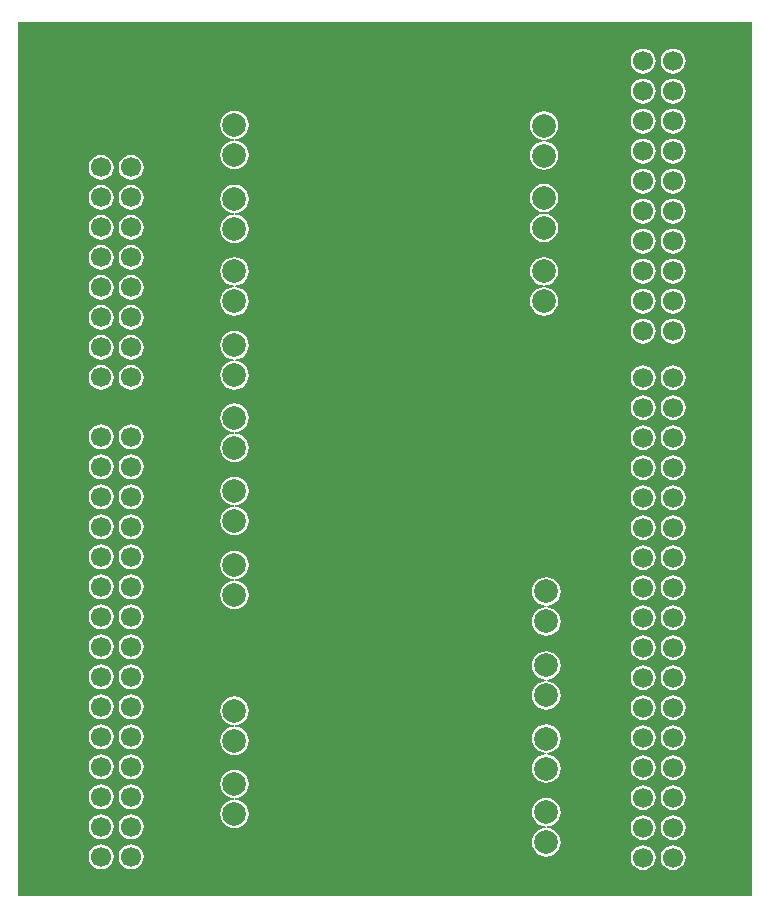
<source format=gbl>
G04 Layer_Physical_Order=2*
G04 Layer_Color=16711680*
%FSLAX44Y44*%
%MOMM*%
G71*
G01*
G75*
%ADD11C,1.7000*%
%ADD12C,2.0000*%
G36*
X1400000Y440000D02*
X779000D01*
Y1180000D01*
X1400000D01*
Y440000D01*
D02*
G37*
%LPC*%
G36*
X1333400Y1157591D02*
X1330659Y1157230D01*
X1328105Y1156172D01*
X1325911Y1154489D01*
X1324228Y1152295D01*
X1323170Y1149741D01*
X1322809Y1147000D01*
X1323170Y1144259D01*
X1324228Y1141705D01*
X1325911Y1139511D01*
X1328105Y1137828D01*
X1330659Y1136770D01*
X1333400Y1136409D01*
X1336141Y1136770D01*
X1338695Y1137828D01*
X1340889Y1139511D01*
X1342572Y1141705D01*
X1343630Y1144259D01*
X1343991Y1147000D01*
X1343630Y1149741D01*
X1342572Y1152295D01*
X1340889Y1154489D01*
X1338695Y1156172D01*
X1336141Y1157230D01*
X1333400Y1157591D01*
D02*
G37*
G36*
X1308000D02*
X1305259Y1157230D01*
X1302705Y1156172D01*
X1300511Y1154489D01*
X1298828Y1152295D01*
X1297770Y1149741D01*
X1297409Y1147000D01*
X1297770Y1144259D01*
X1298828Y1141705D01*
X1300511Y1139511D01*
X1302705Y1137828D01*
X1305259Y1136770D01*
X1308000Y1136409D01*
X1310741Y1136770D01*
X1313295Y1137828D01*
X1315489Y1139511D01*
X1317172Y1141705D01*
X1318230Y1144259D01*
X1318591Y1147000D01*
X1318230Y1149741D01*
X1317172Y1152295D01*
X1315489Y1154489D01*
X1313295Y1156172D01*
X1310741Y1157230D01*
X1308000Y1157591D01*
D02*
G37*
G36*
X1333400Y1132191D02*
X1330659Y1131830D01*
X1328105Y1130772D01*
X1325911Y1129089D01*
X1324228Y1126895D01*
X1323170Y1124341D01*
X1322809Y1121600D01*
X1323170Y1118859D01*
X1324228Y1116305D01*
X1325911Y1114111D01*
X1328105Y1112428D01*
X1330659Y1111370D01*
X1333400Y1111009D01*
X1336141Y1111370D01*
X1338695Y1112428D01*
X1340889Y1114111D01*
X1342572Y1116305D01*
X1343630Y1118859D01*
X1343991Y1121600D01*
X1343630Y1124341D01*
X1342572Y1126895D01*
X1340889Y1129089D01*
X1338695Y1130772D01*
X1336141Y1131830D01*
X1333400Y1132191D01*
D02*
G37*
G36*
X1308000D02*
X1305259Y1131830D01*
X1302705Y1130772D01*
X1300511Y1129089D01*
X1298828Y1126895D01*
X1297770Y1124341D01*
X1297409Y1121600D01*
X1297770Y1118859D01*
X1298828Y1116305D01*
X1300511Y1114111D01*
X1302705Y1112428D01*
X1305259Y1111370D01*
X1308000Y1111009D01*
X1310741Y1111370D01*
X1313295Y1112428D01*
X1315489Y1114111D01*
X1317172Y1116305D01*
X1318230Y1118859D01*
X1318591Y1121600D01*
X1318230Y1124341D01*
X1317172Y1126895D01*
X1315489Y1129089D01*
X1313295Y1130772D01*
X1310741Y1131830D01*
X1308000Y1132191D01*
D02*
G37*
G36*
X1333400Y1106791D02*
X1330659Y1106430D01*
X1328105Y1105372D01*
X1325911Y1103689D01*
X1324228Y1101495D01*
X1323170Y1098941D01*
X1322809Y1096200D01*
X1323170Y1093459D01*
X1324228Y1090905D01*
X1325911Y1088711D01*
X1328105Y1087028D01*
X1330659Y1085970D01*
X1333400Y1085609D01*
X1336141Y1085970D01*
X1338695Y1087028D01*
X1340889Y1088711D01*
X1342572Y1090905D01*
X1343630Y1093459D01*
X1343991Y1096200D01*
X1343630Y1098941D01*
X1342572Y1101495D01*
X1340889Y1103689D01*
X1338695Y1105372D01*
X1336141Y1106430D01*
X1333400Y1106791D01*
D02*
G37*
G36*
X1308000D02*
X1305259Y1106430D01*
X1302705Y1105372D01*
X1300511Y1103689D01*
X1298828Y1101495D01*
X1297770Y1098941D01*
X1297409Y1096200D01*
X1297770Y1093459D01*
X1298828Y1090905D01*
X1300511Y1088711D01*
X1302705Y1087028D01*
X1305259Y1085970D01*
X1308000Y1085609D01*
X1310741Y1085970D01*
X1313295Y1087028D01*
X1315489Y1088711D01*
X1317172Y1090905D01*
X1318230Y1093459D01*
X1318591Y1096200D01*
X1318230Y1098941D01*
X1317172Y1101495D01*
X1315489Y1103689D01*
X1313295Y1105372D01*
X1310741Y1106430D01*
X1308000Y1106791D01*
D02*
G37*
G36*
X1333400Y1081391D02*
X1330659Y1081030D01*
X1328105Y1079972D01*
X1325911Y1078289D01*
X1324228Y1076095D01*
X1323170Y1073541D01*
X1322809Y1070800D01*
X1323170Y1068059D01*
X1324228Y1065505D01*
X1325911Y1063311D01*
X1328105Y1061628D01*
X1330659Y1060570D01*
X1333400Y1060209D01*
X1336141Y1060570D01*
X1338695Y1061628D01*
X1340889Y1063311D01*
X1342572Y1065505D01*
X1343630Y1068059D01*
X1343991Y1070800D01*
X1343630Y1073541D01*
X1342572Y1076095D01*
X1340889Y1078289D01*
X1338695Y1079972D01*
X1336141Y1081030D01*
X1333400Y1081391D01*
D02*
G37*
G36*
X1308000D02*
X1305259Y1081030D01*
X1302705Y1079972D01*
X1300511Y1078289D01*
X1298828Y1076095D01*
X1297770Y1073541D01*
X1297409Y1070800D01*
X1297770Y1068059D01*
X1298828Y1065505D01*
X1300511Y1063311D01*
X1302705Y1061628D01*
X1305259Y1060570D01*
X1308000Y1060209D01*
X1310741Y1060570D01*
X1313295Y1061628D01*
X1315489Y1063311D01*
X1317172Y1065505D01*
X1318230Y1068059D01*
X1318591Y1070800D01*
X1318230Y1073541D01*
X1317172Y1076095D01*
X1315489Y1078289D01*
X1313295Y1079972D01*
X1310741Y1081030D01*
X1308000Y1081391D01*
D02*
G37*
G36*
X962000Y1105104D02*
X958867Y1104691D01*
X955948Y1103482D01*
X953441Y1101559D01*
X951518Y1099052D01*
X950309Y1096133D01*
X949896Y1093000D01*
X950309Y1089867D01*
X951518Y1086948D01*
X953441Y1084442D01*
X955948Y1082518D01*
X958867Y1081309D01*
X961096Y1081015D01*
X961665Y1080940D01*
Y1079660D01*
X961096Y1079585D01*
X958867Y1079291D01*
X955948Y1078082D01*
X953441Y1076159D01*
X951518Y1073652D01*
X950309Y1070733D01*
X949896Y1067600D01*
X950309Y1064467D01*
X951518Y1061548D01*
X953441Y1059042D01*
X955948Y1057118D01*
X958867Y1055909D01*
X962000Y1055496D01*
X965133Y1055909D01*
X968052Y1057118D01*
X970558Y1059042D01*
X972482Y1061548D01*
X973691Y1064467D01*
X974104Y1067600D01*
X973691Y1070733D01*
X972482Y1073652D01*
X970558Y1076159D01*
X968052Y1078082D01*
X965133Y1079291D01*
X962904Y1079585D01*
X962335Y1079660D01*
Y1080940D01*
X962904Y1081015D01*
X965133Y1081309D01*
X968052Y1082518D01*
X970558Y1084442D01*
X972482Y1086948D01*
X973691Y1089867D01*
X974104Y1093000D01*
X973691Y1096133D01*
X972482Y1099052D01*
X970558Y1101559D01*
X968052Y1103482D01*
X965133Y1104691D01*
X962000Y1105104D01*
D02*
G37*
G36*
X1224000Y1104504D02*
X1220867Y1104091D01*
X1217948Y1102882D01*
X1215442Y1100958D01*
X1213518Y1098452D01*
X1212309Y1095533D01*
X1211897Y1092400D01*
X1212309Y1089267D01*
X1213518Y1086348D01*
X1215442Y1083841D01*
X1217948Y1081918D01*
X1220867Y1080709D01*
X1223096Y1080415D01*
X1223665Y1080340D01*
Y1079060D01*
X1223096Y1078985D01*
X1220867Y1078691D01*
X1217948Y1077482D01*
X1215442Y1075558D01*
X1213518Y1073052D01*
X1212309Y1070133D01*
X1211897Y1067000D01*
X1212309Y1063867D01*
X1213518Y1060948D01*
X1215442Y1058441D01*
X1217948Y1056518D01*
X1220867Y1055309D01*
X1224000Y1054896D01*
X1227133Y1055309D01*
X1230052Y1056518D01*
X1232559Y1058441D01*
X1234482Y1060948D01*
X1235691Y1063867D01*
X1236104Y1067000D01*
X1235691Y1070133D01*
X1234482Y1073052D01*
X1232559Y1075558D01*
X1230052Y1077482D01*
X1227133Y1078691D01*
X1224904Y1078985D01*
X1224335Y1079060D01*
Y1080340D01*
X1224904Y1080415D01*
X1227133Y1080709D01*
X1230052Y1081918D01*
X1232559Y1083841D01*
X1234482Y1086348D01*
X1235691Y1089267D01*
X1236104Y1092400D01*
X1235691Y1095533D01*
X1234482Y1098452D01*
X1232559Y1100958D01*
X1230052Y1102882D01*
X1227133Y1104091D01*
X1224000Y1104504D01*
D02*
G37*
G36*
X874400Y1067591D02*
X871659Y1067230D01*
X869105Y1066172D01*
X866911Y1064489D01*
X865228Y1062295D01*
X864170Y1059741D01*
X863809Y1057000D01*
X864170Y1054259D01*
X865228Y1051705D01*
X866911Y1049511D01*
X869105Y1047828D01*
X871659Y1046770D01*
X874400Y1046409D01*
X877141Y1046770D01*
X879695Y1047828D01*
X881889Y1049511D01*
X883572Y1051705D01*
X884630Y1054259D01*
X884991Y1057000D01*
X884630Y1059741D01*
X883572Y1062295D01*
X881889Y1064489D01*
X879695Y1066172D01*
X877141Y1067230D01*
X874400Y1067591D01*
D02*
G37*
G36*
X849000D02*
X846259Y1067230D01*
X843705Y1066172D01*
X841511Y1064489D01*
X839828Y1062295D01*
X838770Y1059741D01*
X838409Y1057000D01*
X838770Y1054259D01*
X839828Y1051705D01*
X841511Y1049511D01*
X843705Y1047828D01*
X846259Y1046770D01*
X849000Y1046409D01*
X851741Y1046770D01*
X854295Y1047828D01*
X856489Y1049511D01*
X858172Y1051705D01*
X859230Y1054259D01*
X859591Y1057000D01*
X859230Y1059741D01*
X858172Y1062295D01*
X856489Y1064489D01*
X854295Y1066172D01*
X851741Y1067230D01*
X849000Y1067591D01*
D02*
G37*
G36*
X1333400Y1055991D02*
X1330659Y1055630D01*
X1328105Y1054572D01*
X1325911Y1052889D01*
X1324228Y1050695D01*
X1323170Y1048141D01*
X1322809Y1045400D01*
X1323170Y1042659D01*
X1324228Y1040105D01*
X1325911Y1037911D01*
X1328105Y1036228D01*
X1330659Y1035170D01*
X1333400Y1034809D01*
X1336141Y1035170D01*
X1338695Y1036228D01*
X1340889Y1037911D01*
X1342572Y1040105D01*
X1343630Y1042659D01*
X1343991Y1045400D01*
X1343630Y1048141D01*
X1342572Y1050695D01*
X1340889Y1052889D01*
X1338695Y1054572D01*
X1336141Y1055630D01*
X1333400Y1055991D01*
D02*
G37*
G36*
X1308000D02*
X1305259Y1055630D01*
X1302705Y1054572D01*
X1300511Y1052889D01*
X1298828Y1050695D01*
X1297770Y1048141D01*
X1297409Y1045400D01*
X1297770Y1042659D01*
X1298828Y1040105D01*
X1300511Y1037911D01*
X1302705Y1036228D01*
X1305259Y1035170D01*
X1308000Y1034809D01*
X1310741Y1035170D01*
X1313295Y1036228D01*
X1315489Y1037911D01*
X1317172Y1040105D01*
X1318230Y1042659D01*
X1318591Y1045400D01*
X1318230Y1048141D01*
X1317172Y1050695D01*
X1315489Y1052889D01*
X1313295Y1054572D01*
X1310741Y1055630D01*
X1308000Y1055991D01*
D02*
G37*
G36*
X874400Y1042191D02*
X871659Y1041830D01*
X869105Y1040772D01*
X866911Y1039089D01*
X865228Y1036895D01*
X864170Y1034341D01*
X863809Y1031600D01*
X864170Y1028859D01*
X865228Y1026305D01*
X866911Y1024111D01*
X869105Y1022428D01*
X871659Y1021370D01*
X874400Y1021009D01*
X877141Y1021370D01*
X879695Y1022428D01*
X881889Y1024111D01*
X883572Y1026305D01*
X884630Y1028859D01*
X884991Y1031600D01*
X884630Y1034341D01*
X883572Y1036895D01*
X881889Y1039089D01*
X879695Y1040772D01*
X877141Y1041830D01*
X874400Y1042191D01*
D02*
G37*
G36*
X849000D02*
X846259Y1041830D01*
X843705Y1040772D01*
X841511Y1039089D01*
X839828Y1036895D01*
X838770Y1034341D01*
X838409Y1031600D01*
X838770Y1028859D01*
X839828Y1026305D01*
X841511Y1024111D01*
X843705Y1022428D01*
X846259Y1021370D01*
X849000Y1021009D01*
X851741Y1021370D01*
X854295Y1022428D01*
X856489Y1024111D01*
X858172Y1026305D01*
X859230Y1028859D01*
X859591Y1031600D01*
X859230Y1034341D01*
X858172Y1036895D01*
X856489Y1039089D01*
X854295Y1040772D01*
X851741Y1041830D01*
X849000Y1042191D01*
D02*
G37*
G36*
X1333400Y1030591D02*
X1330659Y1030230D01*
X1328105Y1029172D01*
X1325911Y1027489D01*
X1324228Y1025295D01*
X1323170Y1022741D01*
X1322809Y1020000D01*
X1323170Y1017259D01*
X1324228Y1014705D01*
X1325911Y1012511D01*
X1328105Y1010828D01*
X1330659Y1009770D01*
X1333400Y1009409D01*
X1336141Y1009770D01*
X1338695Y1010828D01*
X1340889Y1012511D01*
X1342572Y1014705D01*
X1343630Y1017259D01*
X1343991Y1020000D01*
X1343630Y1022741D01*
X1342572Y1025295D01*
X1340889Y1027489D01*
X1338695Y1029172D01*
X1336141Y1030230D01*
X1333400Y1030591D01*
D02*
G37*
G36*
X1308000D02*
X1305259Y1030230D01*
X1302705Y1029172D01*
X1300511Y1027489D01*
X1298828Y1025295D01*
X1297770Y1022741D01*
X1297409Y1020000D01*
X1297770Y1017259D01*
X1298828Y1014705D01*
X1300511Y1012511D01*
X1302705Y1010828D01*
X1305259Y1009770D01*
X1308000Y1009409D01*
X1310741Y1009770D01*
X1313295Y1010828D01*
X1315489Y1012511D01*
X1317172Y1014705D01*
X1318230Y1017259D01*
X1318591Y1020000D01*
X1318230Y1022741D01*
X1317172Y1025295D01*
X1315489Y1027489D01*
X1313295Y1029172D01*
X1310741Y1030230D01*
X1308000Y1030591D01*
D02*
G37*
G36*
X874400Y1016791D02*
X871659Y1016430D01*
X869105Y1015372D01*
X866911Y1013689D01*
X865228Y1011495D01*
X864170Y1008941D01*
X863809Y1006200D01*
X864170Y1003459D01*
X865228Y1000905D01*
X866911Y998711D01*
X869105Y997028D01*
X871659Y995970D01*
X874400Y995609D01*
X877141Y995970D01*
X879695Y997028D01*
X881889Y998711D01*
X883572Y1000905D01*
X884630Y1003459D01*
X884991Y1006200D01*
X884630Y1008941D01*
X883572Y1011495D01*
X881889Y1013689D01*
X879695Y1015372D01*
X877141Y1016430D01*
X874400Y1016791D01*
D02*
G37*
G36*
X849000D02*
X846259Y1016430D01*
X843705Y1015372D01*
X841511Y1013689D01*
X839828Y1011495D01*
X838770Y1008941D01*
X838409Y1006200D01*
X838770Y1003459D01*
X839828Y1000905D01*
X841511Y998711D01*
X843705Y997028D01*
X846259Y995970D01*
X849000Y995609D01*
X851741Y995970D01*
X854295Y997028D01*
X856489Y998711D01*
X858172Y1000905D01*
X859230Y1003459D01*
X859591Y1006200D01*
X859230Y1008941D01*
X858172Y1011495D01*
X856489Y1013689D01*
X854295Y1015372D01*
X851741Y1016430D01*
X849000Y1016791D01*
D02*
G37*
G36*
X1224000Y1043104D02*
X1220867Y1042691D01*
X1217948Y1041482D01*
X1215442Y1039558D01*
X1213518Y1037052D01*
X1212309Y1034133D01*
X1211897Y1031000D01*
X1212309Y1027867D01*
X1213518Y1024948D01*
X1215442Y1022441D01*
X1217948Y1020518D01*
X1220867Y1019309D01*
X1223096Y1019016D01*
X1223665Y1018940D01*
Y1017660D01*
X1223096Y1017585D01*
X1220867Y1017291D01*
X1217948Y1016082D01*
X1215442Y1014158D01*
X1213518Y1011652D01*
X1212309Y1008733D01*
X1211897Y1005600D01*
X1212309Y1002467D01*
X1213518Y999548D01*
X1215442Y997041D01*
X1217948Y995118D01*
X1220867Y993909D01*
X1224000Y993496D01*
X1227133Y993909D01*
X1230052Y995118D01*
X1232559Y997041D01*
X1234482Y999548D01*
X1235691Y1002467D01*
X1236104Y1005600D01*
X1235691Y1008733D01*
X1234482Y1011652D01*
X1232559Y1014158D01*
X1230052Y1016082D01*
X1227133Y1017291D01*
X1224904Y1017585D01*
X1224335Y1017660D01*
Y1018940D01*
X1224904Y1019016D01*
X1227133Y1019309D01*
X1230052Y1020518D01*
X1232559Y1022441D01*
X1234482Y1024948D01*
X1235691Y1027867D01*
X1236104Y1031000D01*
X1235691Y1034133D01*
X1234482Y1037052D01*
X1232559Y1039558D01*
X1230052Y1041482D01*
X1227133Y1042691D01*
X1224000Y1043104D01*
D02*
G37*
G36*
X962000Y1042504D02*
X958867Y1042091D01*
X955948Y1040882D01*
X953441Y1038959D01*
X951518Y1036452D01*
X950309Y1033533D01*
X949896Y1030400D01*
X950309Y1027267D01*
X951518Y1024348D01*
X953441Y1021842D01*
X955948Y1019918D01*
X958867Y1018709D01*
X961096Y1018416D01*
X961665Y1018340D01*
Y1017060D01*
X961096Y1016984D01*
X958867Y1016691D01*
X955948Y1015482D01*
X953441Y1013559D01*
X951518Y1011052D01*
X950309Y1008133D01*
X949896Y1005000D01*
X950309Y1001867D01*
X951518Y998948D01*
X953441Y996441D01*
X955948Y994518D01*
X958867Y993309D01*
X962000Y992896D01*
X965133Y993309D01*
X968052Y994518D01*
X970558Y996441D01*
X972482Y998948D01*
X973691Y1001867D01*
X974104Y1005000D01*
X973691Y1008133D01*
X972482Y1011052D01*
X970558Y1013559D01*
X968052Y1015482D01*
X965133Y1016691D01*
X962904Y1016984D01*
X962335Y1017060D01*
Y1018340D01*
X962904Y1018416D01*
X965133Y1018709D01*
X968052Y1019918D01*
X970558Y1021842D01*
X972482Y1024348D01*
X973691Y1027267D01*
X974104Y1030400D01*
X973691Y1033533D01*
X972482Y1036452D01*
X970558Y1038959D01*
X968052Y1040882D01*
X965133Y1042091D01*
X962000Y1042504D01*
D02*
G37*
G36*
X1333400Y1005191D02*
X1330659Y1004830D01*
X1328105Y1003772D01*
X1325911Y1002089D01*
X1324228Y999895D01*
X1323170Y997341D01*
X1322809Y994600D01*
X1323170Y991859D01*
X1324228Y989305D01*
X1325911Y987111D01*
X1328105Y985428D01*
X1330659Y984370D01*
X1333400Y984009D01*
X1336141Y984370D01*
X1338695Y985428D01*
X1340889Y987111D01*
X1342572Y989305D01*
X1343630Y991859D01*
X1343991Y994600D01*
X1343630Y997341D01*
X1342572Y999895D01*
X1340889Y1002089D01*
X1338695Y1003772D01*
X1336141Y1004830D01*
X1333400Y1005191D01*
D02*
G37*
G36*
X1308000D02*
X1305259Y1004830D01*
X1302705Y1003772D01*
X1300511Y1002089D01*
X1298828Y999895D01*
X1297770Y997341D01*
X1297409Y994600D01*
X1297770Y991859D01*
X1298828Y989305D01*
X1300511Y987111D01*
X1302705Y985428D01*
X1305259Y984370D01*
X1308000Y984009D01*
X1310741Y984370D01*
X1313295Y985428D01*
X1315489Y987111D01*
X1317172Y989305D01*
X1318230Y991859D01*
X1318591Y994600D01*
X1318230Y997341D01*
X1317172Y999895D01*
X1315489Y1002089D01*
X1313295Y1003772D01*
X1310741Y1004830D01*
X1308000Y1005191D01*
D02*
G37*
G36*
X874400Y991391D02*
X871659Y991030D01*
X869105Y989972D01*
X866911Y988289D01*
X865228Y986095D01*
X864170Y983541D01*
X863809Y980800D01*
X864170Y978059D01*
X865228Y975505D01*
X866911Y973311D01*
X869105Y971628D01*
X871659Y970570D01*
X874400Y970209D01*
X877141Y970570D01*
X879695Y971628D01*
X881889Y973311D01*
X883572Y975505D01*
X884630Y978059D01*
X884991Y980800D01*
X884630Y983541D01*
X883572Y986095D01*
X881889Y988289D01*
X879695Y989972D01*
X877141Y991030D01*
X874400Y991391D01*
D02*
G37*
G36*
X849000D02*
X846259Y991030D01*
X843705Y989972D01*
X841511Y988289D01*
X839828Y986095D01*
X838770Y983541D01*
X838409Y980800D01*
X838770Y978059D01*
X839828Y975505D01*
X841511Y973311D01*
X843705Y971628D01*
X846259Y970570D01*
X849000Y970209D01*
X851741Y970570D01*
X854295Y971628D01*
X856489Y973311D01*
X858172Y975505D01*
X859230Y978059D01*
X859591Y980800D01*
X859230Y983541D01*
X858172Y986095D01*
X856489Y988289D01*
X854295Y989972D01*
X851741Y991030D01*
X849000Y991391D01*
D02*
G37*
G36*
X1333400Y979791D02*
X1330659Y979430D01*
X1328105Y978372D01*
X1325911Y976689D01*
X1324228Y974495D01*
X1323170Y971941D01*
X1322809Y969200D01*
X1323170Y966459D01*
X1324228Y963905D01*
X1325911Y961711D01*
X1328105Y960028D01*
X1330659Y958970D01*
X1333400Y958609D01*
X1336141Y958970D01*
X1338695Y960028D01*
X1340889Y961711D01*
X1342572Y963905D01*
X1343630Y966459D01*
X1343991Y969200D01*
X1343630Y971941D01*
X1342572Y974495D01*
X1340889Y976689D01*
X1338695Y978372D01*
X1336141Y979430D01*
X1333400Y979791D01*
D02*
G37*
G36*
X1308000D02*
X1305259Y979430D01*
X1302705Y978372D01*
X1300511Y976689D01*
X1298828Y974495D01*
X1297770Y971941D01*
X1297409Y969200D01*
X1297770Y966459D01*
X1298828Y963905D01*
X1300511Y961711D01*
X1302705Y960028D01*
X1305259Y958970D01*
X1308000Y958609D01*
X1310741Y958970D01*
X1313295Y960028D01*
X1315489Y961711D01*
X1317172Y963905D01*
X1318230Y966459D01*
X1318591Y969200D01*
X1318230Y971941D01*
X1317172Y974495D01*
X1315489Y976689D01*
X1313295Y978372D01*
X1310741Y979430D01*
X1308000Y979791D01*
D02*
G37*
G36*
X874400Y965991D02*
X871659Y965630D01*
X869105Y964572D01*
X866911Y962889D01*
X865228Y960695D01*
X864170Y958141D01*
X863809Y955400D01*
X864170Y952659D01*
X865228Y950105D01*
X866911Y947911D01*
X869105Y946228D01*
X871659Y945170D01*
X874400Y944809D01*
X877141Y945170D01*
X879695Y946228D01*
X881889Y947911D01*
X883572Y950105D01*
X884630Y952659D01*
X884991Y955400D01*
X884630Y958141D01*
X883572Y960695D01*
X881889Y962889D01*
X879695Y964572D01*
X877141Y965630D01*
X874400Y965991D01*
D02*
G37*
G36*
X849000D02*
X846259Y965630D01*
X843705Y964572D01*
X841511Y962889D01*
X839828Y960695D01*
X838770Y958141D01*
X838409Y955400D01*
X838770Y952659D01*
X839828Y950105D01*
X841511Y947911D01*
X843705Y946228D01*
X846259Y945170D01*
X849000Y944809D01*
X851741Y945170D01*
X854295Y946228D01*
X856489Y947911D01*
X858172Y950105D01*
X859230Y952659D01*
X859591Y955400D01*
X859230Y958141D01*
X858172Y960695D01*
X856489Y962889D01*
X854295Y964572D01*
X851741Y965630D01*
X849000Y965991D01*
D02*
G37*
G36*
X1333400Y954391D02*
X1330659Y954030D01*
X1328105Y952972D01*
X1325911Y951289D01*
X1324228Y949095D01*
X1323170Y946541D01*
X1322809Y943800D01*
X1323170Y941059D01*
X1324228Y938505D01*
X1325911Y936311D01*
X1328105Y934628D01*
X1330659Y933570D01*
X1333400Y933209D01*
X1336141Y933570D01*
X1338695Y934628D01*
X1340889Y936311D01*
X1342572Y938505D01*
X1343630Y941059D01*
X1343991Y943800D01*
X1343630Y946541D01*
X1342572Y949095D01*
X1340889Y951289D01*
X1338695Y952972D01*
X1336141Y954030D01*
X1333400Y954391D01*
D02*
G37*
G36*
X1308000D02*
X1305259Y954030D01*
X1302705Y952972D01*
X1300511Y951289D01*
X1298828Y949095D01*
X1297770Y946541D01*
X1297409Y943800D01*
X1297770Y941059D01*
X1298828Y938505D01*
X1300511Y936311D01*
X1302705Y934628D01*
X1305259Y933570D01*
X1308000Y933209D01*
X1310741Y933570D01*
X1313295Y934628D01*
X1315489Y936311D01*
X1317172Y938505D01*
X1318230Y941059D01*
X1318591Y943800D01*
X1318230Y946541D01*
X1317172Y949095D01*
X1315489Y951289D01*
X1313295Y952972D01*
X1310741Y954030D01*
X1308000Y954391D01*
D02*
G37*
G36*
X1224000Y981104D02*
X1220867Y980691D01*
X1217948Y979482D01*
X1215442Y977559D01*
X1213518Y975052D01*
X1212309Y972133D01*
X1211897Y969000D01*
X1212309Y965867D01*
X1213518Y962948D01*
X1215442Y960442D01*
X1217948Y958518D01*
X1220867Y957309D01*
X1223096Y957016D01*
X1223665Y956940D01*
Y955660D01*
X1223096Y955584D01*
X1220867Y955291D01*
X1217948Y954082D01*
X1215442Y952159D01*
X1213518Y949652D01*
X1212309Y946733D01*
X1211897Y943600D01*
X1212309Y940467D01*
X1213518Y937548D01*
X1215442Y935042D01*
X1217948Y933118D01*
X1220867Y931909D01*
X1224000Y931496D01*
X1227133Y931909D01*
X1230052Y933118D01*
X1232559Y935042D01*
X1234482Y937548D01*
X1235691Y940467D01*
X1236104Y943600D01*
X1235691Y946733D01*
X1234482Y949652D01*
X1232559Y952159D01*
X1230052Y954082D01*
X1227133Y955291D01*
X1224904Y955584D01*
X1224335Y955660D01*
Y956940D01*
X1224904Y957016D01*
X1227133Y957309D01*
X1230052Y958518D01*
X1232559Y960442D01*
X1234482Y962948D01*
X1235691Y965867D01*
X1236104Y969000D01*
X1235691Y972133D01*
X1234482Y975052D01*
X1232559Y977559D01*
X1230052Y979482D01*
X1227133Y980691D01*
X1224000Y981104D01*
D02*
G37*
G36*
X962000D02*
X958867Y980691D01*
X955948Y979482D01*
X953441Y977559D01*
X951518Y975052D01*
X950309Y972133D01*
X949896Y969000D01*
X950309Y965867D01*
X951518Y962948D01*
X953441Y960442D01*
X955948Y958518D01*
X958867Y957309D01*
X961096Y957016D01*
X961665Y956940D01*
Y955660D01*
X961096Y955584D01*
X958867Y955291D01*
X955948Y954082D01*
X953441Y952159D01*
X951518Y949652D01*
X950309Y946733D01*
X949896Y943600D01*
X950309Y940467D01*
X951518Y937548D01*
X953441Y935042D01*
X955948Y933118D01*
X958867Y931909D01*
X962000Y931496D01*
X965133Y931909D01*
X968052Y933118D01*
X970558Y935042D01*
X972482Y937548D01*
X973691Y940467D01*
X974104Y943600D01*
X973691Y946733D01*
X972482Y949652D01*
X970558Y952159D01*
X968052Y954082D01*
X965133Y955291D01*
X962904Y955584D01*
X962335Y955660D01*
Y956940D01*
X962904Y957016D01*
X965133Y957309D01*
X968052Y958518D01*
X970558Y960442D01*
X972482Y962948D01*
X973691Y965867D01*
X974104Y969000D01*
X973691Y972133D01*
X972482Y975052D01*
X970558Y977559D01*
X968052Y979482D01*
X965133Y980691D01*
X962000Y981104D01*
D02*
G37*
G36*
X874400Y940591D02*
X871659Y940230D01*
X869105Y939172D01*
X866911Y937489D01*
X865228Y935295D01*
X864170Y932741D01*
X863809Y930000D01*
X864170Y927259D01*
X865228Y924705D01*
X866911Y922511D01*
X869105Y920828D01*
X871659Y919770D01*
X874400Y919409D01*
X877141Y919770D01*
X879695Y920828D01*
X881889Y922511D01*
X883572Y924705D01*
X884630Y927259D01*
X884991Y930000D01*
X884630Y932741D01*
X883572Y935295D01*
X881889Y937489D01*
X879695Y939172D01*
X877141Y940230D01*
X874400Y940591D01*
D02*
G37*
G36*
X849000D02*
X846259Y940230D01*
X843705Y939172D01*
X841511Y937489D01*
X839828Y935295D01*
X838770Y932741D01*
X838409Y930000D01*
X838770Y927259D01*
X839828Y924705D01*
X841511Y922511D01*
X843705Y920828D01*
X846259Y919770D01*
X849000Y919409D01*
X851741Y919770D01*
X854295Y920828D01*
X856489Y922511D01*
X858172Y924705D01*
X859230Y927259D01*
X859591Y930000D01*
X859230Y932741D01*
X858172Y935295D01*
X856489Y937489D01*
X854295Y939172D01*
X851741Y940230D01*
X849000Y940591D01*
D02*
G37*
G36*
X1333400Y928991D02*
X1330659Y928630D01*
X1328105Y927572D01*
X1325911Y925889D01*
X1324228Y923695D01*
X1323170Y921141D01*
X1322809Y918400D01*
X1323170Y915659D01*
X1324228Y913105D01*
X1325911Y910911D01*
X1328105Y909228D01*
X1330659Y908170D01*
X1333400Y907809D01*
X1336141Y908170D01*
X1338695Y909228D01*
X1340889Y910911D01*
X1342572Y913105D01*
X1343630Y915659D01*
X1343991Y918400D01*
X1343630Y921141D01*
X1342572Y923695D01*
X1340889Y925889D01*
X1338695Y927572D01*
X1336141Y928630D01*
X1333400Y928991D01*
D02*
G37*
G36*
X1308000D02*
X1305259Y928630D01*
X1302705Y927572D01*
X1300511Y925889D01*
X1298828Y923695D01*
X1297770Y921141D01*
X1297409Y918400D01*
X1297770Y915659D01*
X1298828Y913105D01*
X1300511Y910911D01*
X1302705Y909228D01*
X1305259Y908170D01*
X1308000Y907809D01*
X1310741Y908170D01*
X1313295Y909228D01*
X1315489Y910911D01*
X1317172Y913105D01*
X1318230Y915659D01*
X1318591Y918400D01*
X1318230Y921141D01*
X1317172Y923695D01*
X1315489Y925889D01*
X1313295Y927572D01*
X1310741Y928630D01*
X1308000Y928991D01*
D02*
G37*
G36*
X874400Y915191D02*
X871659Y914830D01*
X869105Y913772D01*
X866911Y912089D01*
X865228Y909895D01*
X864170Y907341D01*
X863809Y904600D01*
X864170Y901859D01*
X865228Y899305D01*
X866911Y897111D01*
X869105Y895428D01*
X871659Y894370D01*
X874400Y894009D01*
X877141Y894370D01*
X879695Y895428D01*
X881889Y897111D01*
X883572Y899305D01*
X884630Y901859D01*
X884991Y904600D01*
X884630Y907341D01*
X883572Y909895D01*
X881889Y912089D01*
X879695Y913772D01*
X877141Y914830D01*
X874400Y915191D01*
D02*
G37*
G36*
X849000D02*
X846259Y914830D01*
X843705Y913772D01*
X841511Y912089D01*
X839828Y909895D01*
X838770Y907341D01*
X838409Y904600D01*
X838770Y901859D01*
X839828Y899305D01*
X841511Y897111D01*
X843705Y895428D01*
X846259Y894370D01*
X849000Y894009D01*
X851741Y894370D01*
X854295Y895428D01*
X856489Y897111D01*
X858172Y899305D01*
X859230Y901859D01*
X859591Y904600D01*
X859230Y907341D01*
X858172Y909895D01*
X856489Y912089D01*
X854295Y913772D01*
X851741Y914830D01*
X849000Y915191D01*
D02*
G37*
G36*
X962000Y918503D02*
X958867Y918091D01*
X955948Y916882D01*
X953441Y914958D01*
X951518Y912452D01*
X950309Y909533D01*
X949896Y906400D01*
X950309Y903267D01*
X951518Y900348D01*
X953441Y897841D01*
X955948Y895918D01*
X958867Y894709D01*
X961096Y894416D01*
X961665Y894340D01*
Y893060D01*
X961096Y892984D01*
X958867Y892691D01*
X955948Y891482D01*
X953441Y889558D01*
X951518Y887052D01*
X950309Y884133D01*
X949896Y881000D01*
X950309Y877867D01*
X951518Y874948D01*
X953441Y872441D01*
X955948Y870518D01*
X958867Y869309D01*
X962000Y868896D01*
X965133Y869309D01*
X968052Y870518D01*
X970558Y872441D01*
X972482Y874948D01*
X973691Y877867D01*
X974104Y881000D01*
X973691Y884133D01*
X972482Y887052D01*
X970558Y889558D01*
X968052Y891482D01*
X965133Y892691D01*
X962904Y892984D01*
X962335Y893060D01*
Y894340D01*
X962904Y894416D01*
X965133Y894709D01*
X968052Y895918D01*
X970558Y897841D01*
X972482Y900348D01*
X973691Y903267D01*
X974104Y906400D01*
X973691Y909533D01*
X972482Y912452D01*
X970558Y914958D01*
X968052Y916882D01*
X965133Y918091D01*
X962000Y918503D01*
D02*
G37*
G36*
X874400Y889791D02*
X871659Y889430D01*
X869105Y888372D01*
X866911Y886689D01*
X865228Y884495D01*
X864170Y881941D01*
X863809Y879200D01*
X864170Y876459D01*
X865228Y873905D01*
X866911Y871711D01*
X869105Y870028D01*
X871659Y868970D01*
X874400Y868609D01*
X877141Y868970D01*
X879695Y870028D01*
X881889Y871711D01*
X883572Y873905D01*
X884630Y876459D01*
X884991Y879200D01*
X884630Y881941D01*
X883572Y884495D01*
X881889Y886689D01*
X879695Y888372D01*
X877141Y889430D01*
X874400Y889791D01*
D02*
G37*
G36*
X849000D02*
X846259Y889430D01*
X843705Y888372D01*
X841511Y886689D01*
X839828Y884495D01*
X838770Y881941D01*
X838409Y879200D01*
X838770Y876459D01*
X839828Y873905D01*
X841511Y871711D01*
X843705Y870028D01*
X846259Y868970D01*
X849000Y868609D01*
X851741Y868970D01*
X854295Y870028D01*
X856489Y871711D01*
X858172Y873905D01*
X859230Y876459D01*
X859591Y879200D01*
X859230Y881941D01*
X858172Y884495D01*
X856489Y886689D01*
X854295Y888372D01*
X851741Y889430D01*
X849000Y889791D01*
D02*
G37*
G36*
X1333400Y889591D02*
X1330659Y889230D01*
X1328105Y888172D01*
X1325911Y886489D01*
X1324228Y884295D01*
X1323170Y881741D01*
X1322809Y879000D01*
X1323170Y876259D01*
X1324228Y873705D01*
X1325911Y871511D01*
X1328105Y869828D01*
X1330659Y868770D01*
X1333400Y868409D01*
X1336141Y868770D01*
X1338695Y869828D01*
X1340889Y871511D01*
X1342572Y873705D01*
X1343630Y876259D01*
X1343991Y879000D01*
X1343630Y881741D01*
X1342572Y884295D01*
X1340889Y886489D01*
X1338695Y888172D01*
X1336141Y889230D01*
X1333400Y889591D01*
D02*
G37*
G36*
X1308000D02*
X1305259Y889230D01*
X1302705Y888172D01*
X1300511Y886489D01*
X1298828Y884295D01*
X1297770Y881741D01*
X1297409Y879000D01*
X1297770Y876259D01*
X1298828Y873705D01*
X1300511Y871511D01*
X1302705Y869828D01*
X1305259Y868770D01*
X1308000Y868409D01*
X1310741Y868770D01*
X1313295Y869828D01*
X1315489Y871511D01*
X1317172Y873705D01*
X1318230Y876259D01*
X1318591Y879000D01*
X1318230Y881741D01*
X1317172Y884295D01*
X1315489Y886489D01*
X1313295Y888172D01*
X1310741Y889230D01*
X1308000Y889591D01*
D02*
G37*
G36*
X1333400Y864191D02*
X1330659Y863830D01*
X1328105Y862772D01*
X1325911Y861089D01*
X1324228Y858895D01*
X1323170Y856341D01*
X1322809Y853600D01*
X1323170Y850859D01*
X1324228Y848305D01*
X1325911Y846111D01*
X1328105Y844428D01*
X1330659Y843370D01*
X1333400Y843009D01*
X1336141Y843370D01*
X1338695Y844428D01*
X1340889Y846111D01*
X1342572Y848305D01*
X1343630Y850859D01*
X1343991Y853600D01*
X1343630Y856341D01*
X1342572Y858895D01*
X1340889Y861089D01*
X1338695Y862772D01*
X1336141Y863830D01*
X1333400Y864191D01*
D02*
G37*
G36*
X1308000D02*
X1305259Y863830D01*
X1302705Y862772D01*
X1300511Y861089D01*
X1298828Y858895D01*
X1297770Y856341D01*
X1297409Y853600D01*
X1297770Y850859D01*
X1298828Y848305D01*
X1300511Y846111D01*
X1302705Y844428D01*
X1305259Y843370D01*
X1308000Y843009D01*
X1310741Y843370D01*
X1313295Y844428D01*
X1315489Y846111D01*
X1317172Y848305D01*
X1318230Y850859D01*
X1318591Y853600D01*
X1318230Y856341D01*
X1317172Y858895D01*
X1315489Y861089D01*
X1313295Y862772D01*
X1310741Y863830D01*
X1308000Y864191D01*
D02*
G37*
G36*
X874400Y839591D02*
X871659Y839230D01*
X869105Y838172D01*
X866911Y836489D01*
X865228Y834295D01*
X864170Y831741D01*
X863809Y829000D01*
X864170Y826259D01*
X865228Y823705D01*
X866911Y821511D01*
X869105Y819828D01*
X871659Y818770D01*
X874400Y818409D01*
X877141Y818770D01*
X879695Y819828D01*
X881889Y821511D01*
X883572Y823705D01*
X884630Y826259D01*
X884991Y829000D01*
X884630Y831741D01*
X883572Y834295D01*
X881889Y836489D01*
X879695Y838172D01*
X877141Y839230D01*
X874400Y839591D01*
D02*
G37*
G36*
X849000D02*
X846259Y839230D01*
X843705Y838172D01*
X841511Y836489D01*
X839828Y834295D01*
X838770Y831741D01*
X838409Y829000D01*
X838770Y826259D01*
X839828Y823705D01*
X841511Y821511D01*
X843705Y819828D01*
X846259Y818770D01*
X849000Y818409D01*
X851741Y818770D01*
X854295Y819828D01*
X856489Y821511D01*
X858172Y823705D01*
X859230Y826259D01*
X859591Y829000D01*
X859230Y831741D01*
X858172Y834295D01*
X856489Y836489D01*
X854295Y838172D01*
X851741Y839230D01*
X849000Y839591D01*
D02*
G37*
G36*
X1333400Y838791D02*
X1330659Y838430D01*
X1328105Y837372D01*
X1325911Y835689D01*
X1324228Y833495D01*
X1323170Y830941D01*
X1322809Y828200D01*
X1323170Y825459D01*
X1324228Y822905D01*
X1325911Y820711D01*
X1328105Y819028D01*
X1330659Y817970D01*
X1333400Y817609D01*
X1336141Y817970D01*
X1338695Y819028D01*
X1340889Y820711D01*
X1342572Y822905D01*
X1343630Y825459D01*
X1343991Y828200D01*
X1343630Y830941D01*
X1342572Y833495D01*
X1340889Y835689D01*
X1338695Y837372D01*
X1336141Y838430D01*
X1333400Y838791D01*
D02*
G37*
G36*
X1308000D02*
X1305259Y838430D01*
X1302705Y837372D01*
X1300511Y835689D01*
X1298828Y833495D01*
X1297770Y830941D01*
X1297409Y828200D01*
X1297770Y825459D01*
X1298828Y822905D01*
X1300511Y820711D01*
X1302705Y819028D01*
X1305259Y817970D01*
X1308000Y817609D01*
X1310741Y817970D01*
X1313295Y819028D01*
X1315489Y820711D01*
X1317172Y822905D01*
X1318230Y825459D01*
X1318591Y828200D01*
X1318230Y830941D01*
X1317172Y833495D01*
X1315489Y835689D01*
X1313295Y837372D01*
X1310741Y838430D01*
X1308000Y838791D01*
D02*
G37*
G36*
X962000Y857104D02*
X958867Y856691D01*
X955948Y855482D01*
X953441Y853559D01*
X951518Y851052D01*
X950309Y848133D01*
X949896Y845000D01*
X950309Y841867D01*
X951518Y838948D01*
X953441Y836441D01*
X955948Y834518D01*
X958867Y833309D01*
X961096Y833016D01*
X961665Y832940D01*
Y831660D01*
X961096Y831584D01*
X958867Y831291D01*
X955948Y830082D01*
X953441Y828158D01*
X951518Y825652D01*
X950309Y822733D01*
X949896Y819600D01*
X950309Y816467D01*
X951518Y813548D01*
X953441Y811041D01*
X955948Y809118D01*
X958867Y807909D01*
X962000Y807496D01*
X965133Y807909D01*
X968052Y809118D01*
X970558Y811041D01*
X972482Y813548D01*
X973691Y816467D01*
X974104Y819600D01*
X973691Y822733D01*
X972482Y825652D01*
X970558Y828158D01*
X968052Y830082D01*
X965133Y831291D01*
X962904Y831584D01*
X962335Y831660D01*
Y832940D01*
X962904Y833016D01*
X965133Y833309D01*
X968052Y834518D01*
X970558Y836441D01*
X972482Y838948D01*
X973691Y841867D01*
X974104Y845000D01*
X973691Y848133D01*
X972482Y851052D01*
X970558Y853559D01*
X968052Y855482D01*
X965133Y856691D01*
X962000Y857104D01*
D02*
G37*
G36*
X874400Y814191D02*
X871659Y813830D01*
X869105Y812772D01*
X866911Y811089D01*
X865228Y808895D01*
X864170Y806341D01*
X863809Y803600D01*
X864170Y800859D01*
X865228Y798305D01*
X866911Y796111D01*
X869105Y794428D01*
X871659Y793370D01*
X874400Y793009D01*
X877141Y793370D01*
X879695Y794428D01*
X881889Y796111D01*
X883572Y798305D01*
X884630Y800859D01*
X884991Y803600D01*
X884630Y806341D01*
X883572Y808895D01*
X881889Y811089D01*
X879695Y812772D01*
X877141Y813830D01*
X874400Y814191D01*
D02*
G37*
G36*
X849000D02*
X846259Y813830D01*
X843705Y812772D01*
X841511Y811089D01*
X839828Y808895D01*
X838770Y806341D01*
X838409Y803600D01*
X838770Y800859D01*
X839828Y798305D01*
X841511Y796111D01*
X843705Y794428D01*
X846259Y793370D01*
X849000Y793009D01*
X851741Y793370D01*
X854295Y794428D01*
X856489Y796111D01*
X858172Y798305D01*
X859230Y800859D01*
X859591Y803600D01*
X859230Y806341D01*
X858172Y808895D01*
X856489Y811089D01*
X854295Y812772D01*
X851741Y813830D01*
X849000Y814191D01*
D02*
G37*
G36*
X1333400Y813391D02*
X1330659Y813030D01*
X1328105Y811972D01*
X1325911Y810289D01*
X1324228Y808095D01*
X1323170Y805541D01*
X1322809Y802800D01*
X1323170Y800059D01*
X1324228Y797505D01*
X1325911Y795311D01*
X1328105Y793628D01*
X1330659Y792570D01*
X1333400Y792209D01*
X1336141Y792570D01*
X1338695Y793628D01*
X1340889Y795311D01*
X1342572Y797505D01*
X1343630Y800059D01*
X1343991Y802800D01*
X1343630Y805541D01*
X1342572Y808095D01*
X1340889Y810289D01*
X1338695Y811972D01*
X1336141Y813030D01*
X1333400Y813391D01*
D02*
G37*
G36*
X1308000D02*
X1305259Y813030D01*
X1302705Y811972D01*
X1300511Y810289D01*
X1298828Y808095D01*
X1297770Y805541D01*
X1297409Y802800D01*
X1297770Y800059D01*
X1298828Y797505D01*
X1300511Y795311D01*
X1302705Y793628D01*
X1305259Y792570D01*
X1308000Y792209D01*
X1310741Y792570D01*
X1313295Y793628D01*
X1315489Y795311D01*
X1317172Y797505D01*
X1318230Y800059D01*
X1318591Y802800D01*
X1318230Y805541D01*
X1317172Y808095D01*
X1315489Y810289D01*
X1313295Y811972D01*
X1310741Y813030D01*
X1308000Y813391D01*
D02*
G37*
G36*
X874400Y788791D02*
X871659Y788430D01*
X869105Y787372D01*
X866911Y785689D01*
X865228Y783495D01*
X864170Y780941D01*
X863809Y778200D01*
X864170Y775459D01*
X865228Y772905D01*
X866911Y770711D01*
X869105Y769028D01*
X871659Y767970D01*
X874400Y767609D01*
X877141Y767970D01*
X879695Y769028D01*
X881889Y770711D01*
X883572Y772905D01*
X884630Y775459D01*
X884991Y778200D01*
X884630Y780941D01*
X883572Y783495D01*
X881889Y785689D01*
X879695Y787372D01*
X877141Y788430D01*
X874400Y788791D01*
D02*
G37*
G36*
X849000D02*
X846259Y788430D01*
X843705Y787372D01*
X841511Y785689D01*
X839828Y783495D01*
X838770Y780941D01*
X838409Y778200D01*
X838770Y775459D01*
X839828Y772905D01*
X841511Y770711D01*
X843705Y769028D01*
X846259Y767970D01*
X849000Y767609D01*
X851741Y767970D01*
X854295Y769028D01*
X856489Y770711D01*
X858172Y772905D01*
X859230Y775459D01*
X859591Y778200D01*
X859230Y780941D01*
X858172Y783495D01*
X856489Y785689D01*
X854295Y787372D01*
X851741Y788430D01*
X849000Y788791D01*
D02*
G37*
G36*
X1333400Y787991D02*
X1330659Y787630D01*
X1328105Y786572D01*
X1325911Y784889D01*
X1324228Y782695D01*
X1323170Y780141D01*
X1322809Y777400D01*
X1323170Y774659D01*
X1324228Y772105D01*
X1325911Y769911D01*
X1328105Y768228D01*
X1330659Y767170D01*
X1333400Y766809D01*
X1336141Y767170D01*
X1338695Y768228D01*
X1340889Y769911D01*
X1342572Y772105D01*
X1343630Y774659D01*
X1343991Y777400D01*
X1343630Y780141D01*
X1342572Y782695D01*
X1340889Y784889D01*
X1338695Y786572D01*
X1336141Y787630D01*
X1333400Y787991D01*
D02*
G37*
G36*
X1308000D02*
X1305259Y787630D01*
X1302705Y786572D01*
X1300511Y784889D01*
X1298828Y782695D01*
X1297770Y780141D01*
X1297409Y777400D01*
X1297770Y774659D01*
X1298828Y772105D01*
X1300511Y769911D01*
X1302705Y768228D01*
X1305259Y767170D01*
X1308000Y766809D01*
X1310741Y767170D01*
X1313295Y768228D01*
X1315489Y769911D01*
X1317172Y772105D01*
X1318230Y774659D01*
X1318591Y777400D01*
X1318230Y780141D01*
X1317172Y782695D01*
X1315489Y784889D01*
X1313295Y786572D01*
X1310741Y787630D01*
X1308000Y787991D01*
D02*
G37*
G36*
X962000Y795104D02*
X958867Y794691D01*
X955948Y793482D01*
X953441Y791559D01*
X951518Y789052D01*
X950309Y786133D01*
X949896Y783000D01*
X950309Y779867D01*
X951518Y776948D01*
X953441Y774442D01*
X955948Y772518D01*
X958867Y771309D01*
X961096Y771015D01*
X961665Y770940D01*
Y769660D01*
X961096Y769585D01*
X958867Y769291D01*
X955948Y768082D01*
X953441Y766159D01*
X951518Y763652D01*
X950309Y760733D01*
X949896Y757600D01*
X950309Y754467D01*
X951518Y751548D01*
X953441Y749042D01*
X955948Y747118D01*
X958867Y745909D01*
X962000Y745497D01*
X965133Y745909D01*
X968052Y747118D01*
X970558Y749042D01*
X972482Y751548D01*
X973691Y754467D01*
X974104Y757600D01*
X973691Y760733D01*
X972482Y763652D01*
X970558Y766159D01*
X968052Y768082D01*
X965133Y769291D01*
X962904Y769585D01*
X962335Y769660D01*
Y770940D01*
X962904Y771015D01*
X965133Y771309D01*
X968052Y772518D01*
X970558Y774442D01*
X972482Y776948D01*
X973691Y779867D01*
X974104Y783000D01*
X973691Y786133D01*
X972482Y789052D01*
X970558Y791559D01*
X968052Y793482D01*
X965133Y794691D01*
X962000Y795104D01*
D02*
G37*
G36*
X874400Y763391D02*
X871659Y763030D01*
X869105Y761972D01*
X866911Y760289D01*
X865228Y758095D01*
X864170Y755541D01*
X863809Y752800D01*
X864170Y750059D01*
X865228Y747505D01*
X866911Y745311D01*
X869105Y743628D01*
X871659Y742570D01*
X874400Y742209D01*
X877141Y742570D01*
X879695Y743628D01*
X881889Y745311D01*
X883572Y747505D01*
X884630Y750059D01*
X884991Y752800D01*
X884630Y755541D01*
X883572Y758095D01*
X881889Y760289D01*
X879695Y761972D01*
X877141Y763030D01*
X874400Y763391D01*
D02*
G37*
G36*
X849000D02*
X846259Y763030D01*
X843705Y761972D01*
X841511Y760289D01*
X839828Y758095D01*
X838770Y755541D01*
X838409Y752800D01*
X838770Y750059D01*
X839828Y747505D01*
X841511Y745311D01*
X843705Y743628D01*
X846259Y742570D01*
X849000Y742209D01*
X851741Y742570D01*
X854295Y743628D01*
X856489Y745311D01*
X858172Y747505D01*
X859230Y750059D01*
X859591Y752800D01*
X859230Y755541D01*
X858172Y758095D01*
X856489Y760289D01*
X854295Y761972D01*
X851741Y763030D01*
X849000Y763391D01*
D02*
G37*
G36*
X1333400Y762591D02*
X1330659Y762230D01*
X1328105Y761172D01*
X1325911Y759489D01*
X1324228Y757295D01*
X1323170Y754741D01*
X1322809Y752000D01*
X1323170Y749259D01*
X1324228Y746705D01*
X1325911Y744511D01*
X1328105Y742828D01*
X1330659Y741770D01*
X1333400Y741409D01*
X1336141Y741770D01*
X1338695Y742828D01*
X1340889Y744511D01*
X1342572Y746705D01*
X1343630Y749259D01*
X1343991Y752000D01*
X1343630Y754741D01*
X1342572Y757295D01*
X1340889Y759489D01*
X1338695Y761172D01*
X1336141Y762230D01*
X1333400Y762591D01*
D02*
G37*
G36*
X1308000D02*
X1305259Y762230D01*
X1302705Y761172D01*
X1300511Y759489D01*
X1298828Y757295D01*
X1297770Y754741D01*
X1297409Y752000D01*
X1297770Y749259D01*
X1298828Y746705D01*
X1300511Y744511D01*
X1302705Y742828D01*
X1305259Y741770D01*
X1308000Y741409D01*
X1310741Y741770D01*
X1313295Y742828D01*
X1315489Y744511D01*
X1317172Y746705D01*
X1318230Y749259D01*
X1318591Y752000D01*
X1318230Y754741D01*
X1317172Y757295D01*
X1315489Y759489D01*
X1313295Y761172D01*
X1310741Y762230D01*
X1308000Y762591D01*
D02*
G37*
G36*
X874400Y737991D02*
X871659Y737630D01*
X869105Y736572D01*
X866911Y734889D01*
X865228Y732695D01*
X864170Y730141D01*
X863809Y727400D01*
X864170Y724659D01*
X865228Y722105D01*
X866911Y719911D01*
X869105Y718228D01*
X871659Y717170D01*
X874400Y716809D01*
X877141Y717170D01*
X879695Y718228D01*
X881889Y719911D01*
X883572Y722105D01*
X884630Y724659D01*
X884991Y727400D01*
X884630Y730141D01*
X883572Y732695D01*
X881889Y734889D01*
X879695Y736572D01*
X877141Y737630D01*
X874400Y737991D01*
D02*
G37*
G36*
X849000D02*
X846259Y737630D01*
X843705Y736572D01*
X841511Y734889D01*
X839828Y732695D01*
X838770Y730141D01*
X838409Y727400D01*
X838770Y724659D01*
X839828Y722105D01*
X841511Y719911D01*
X843705Y718228D01*
X846259Y717170D01*
X849000Y716809D01*
X851741Y717170D01*
X854295Y718228D01*
X856489Y719911D01*
X858172Y722105D01*
X859230Y724659D01*
X859591Y727400D01*
X859230Y730141D01*
X858172Y732695D01*
X856489Y734889D01*
X854295Y736572D01*
X851741Y737630D01*
X849000Y737991D01*
D02*
G37*
G36*
X1333400Y737191D02*
X1330659Y736830D01*
X1328105Y735772D01*
X1325911Y734089D01*
X1324228Y731895D01*
X1323170Y729341D01*
X1322809Y726600D01*
X1323170Y723859D01*
X1324228Y721305D01*
X1325911Y719111D01*
X1328105Y717428D01*
X1330659Y716370D01*
X1333400Y716009D01*
X1336141Y716370D01*
X1338695Y717428D01*
X1340889Y719111D01*
X1342572Y721305D01*
X1343630Y723859D01*
X1343991Y726600D01*
X1343630Y729341D01*
X1342572Y731895D01*
X1340889Y734089D01*
X1338695Y735772D01*
X1336141Y736830D01*
X1333400Y737191D01*
D02*
G37*
G36*
X1308000D02*
X1305259Y736830D01*
X1302705Y735772D01*
X1300511Y734089D01*
X1298828Y731895D01*
X1297770Y729341D01*
X1297409Y726600D01*
X1297770Y723859D01*
X1298828Y721305D01*
X1300511Y719111D01*
X1302705Y717428D01*
X1305259Y716370D01*
X1308000Y716009D01*
X1310741Y716370D01*
X1313295Y717428D01*
X1315489Y719111D01*
X1317172Y721305D01*
X1318230Y723859D01*
X1318591Y726600D01*
X1318230Y729341D01*
X1317172Y731895D01*
X1315489Y734089D01*
X1313295Y735772D01*
X1310741Y736830D01*
X1308000Y737191D01*
D02*
G37*
G36*
X874400Y712591D02*
X871659Y712230D01*
X869105Y711172D01*
X866911Y709489D01*
X865228Y707295D01*
X864170Y704741D01*
X863809Y702000D01*
X864170Y699259D01*
X865228Y696705D01*
X866911Y694511D01*
X869105Y692828D01*
X871659Y691770D01*
X874400Y691409D01*
X877141Y691770D01*
X879695Y692828D01*
X881889Y694511D01*
X883572Y696705D01*
X884630Y699259D01*
X884991Y702000D01*
X884630Y704741D01*
X883572Y707295D01*
X881889Y709489D01*
X879695Y711172D01*
X877141Y712230D01*
X874400Y712591D01*
D02*
G37*
G36*
X849000D02*
X846259Y712230D01*
X843705Y711172D01*
X841511Y709489D01*
X839828Y707295D01*
X838770Y704741D01*
X838409Y702000D01*
X838770Y699259D01*
X839828Y696705D01*
X841511Y694511D01*
X843705Y692828D01*
X846259Y691770D01*
X849000Y691409D01*
X851741Y691770D01*
X854295Y692828D01*
X856489Y694511D01*
X858172Y696705D01*
X859230Y699259D01*
X859591Y702000D01*
X859230Y704741D01*
X858172Y707295D01*
X856489Y709489D01*
X854295Y711172D01*
X851741Y712230D01*
X849000Y712591D01*
D02*
G37*
G36*
X1333400Y711791D02*
X1330659Y711430D01*
X1328105Y710372D01*
X1325911Y708689D01*
X1324228Y706495D01*
X1323170Y703941D01*
X1322809Y701200D01*
X1323170Y698459D01*
X1324228Y695905D01*
X1325911Y693711D01*
X1328105Y692028D01*
X1330659Y690970D01*
X1333400Y690609D01*
X1336141Y690970D01*
X1338695Y692028D01*
X1340889Y693711D01*
X1342572Y695905D01*
X1343630Y698459D01*
X1343991Y701200D01*
X1343630Y703941D01*
X1342572Y706495D01*
X1340889Y708689D01*
X1338695Y710372D01*
X1336141Y711430D01*
X1333400Y711791D01*
D02*
G37*
G36*
X1308000D02*
X1305259Y711430D01*
X1302705Y710372D01*
X1300511Y708689D01*
X1298828Y706495D01*
X1297770Y703941D01*
X1297409Y701200D01*
X1297770Y698459D01*
X1298828Y695905D01*
X1300511Y693711D01*
X1302705Y692028D01*
X1305259Y690970D01*
X1308000Y690609D01*
X1310741Y690970D01*
X1313295Y692028D01*
X1315489Y693711D01*
X1317172Y695905D01*
X1318230Y698459D01*
X1318591Y701200D01*
X1318230Y703941D01*
X1317172Y706495D01*
X1315489Y708689D01*
X1313295Y710372D01*
X1310741Y711430D01*
X1308000Y711791D01*
D02*
G37*
G36*
X962000Y732504D02*
X958867Y732091D01*
X955948Y730882D01*
X953441Y728959D01*
X951518Y726452D01*
X950309Y723533D01*
X949896Y720400D01*
X950309Y717267D01*
X951518Y714348D01*
X953441Y711842D01*
X955948Y709918D01*
X958867Y708709D01*
X961096Y708416D01*
X961665Y708340D01*
Y707060D01*
X961096Y706984D01*
X958867Y706691D01*
X955948Y705482D01*
X953441Y703559D01*
X951518Y701052D01*
X950309Y698133D01*
X949896Y695000D01*
X950309Y691867D01*
X951518Y688948D01*
X953441Y686441D01*
X955948Y684518D01*
X958867Y683309D01*
X962000Y682896D01*
X965133Y683309D01*
X968052Y684518D01*
X970558Y686441D01*
X972482Y688948D01*
X973691Y691867D01*
X974103Y695000D01*
X973691Y698133D01*
X972482Y701052D01*
X970558Y703559D01*
X968052Y705482D01*
X965133Y706691D01*
X962904Y706984D01*
X962335Y707060D01*
Y708340D01*
X962904Y708416D01*
X965133Y708709D01*
X968052Y709918D01*
X970558Y711842D01*
X972482Y714348D01*
X973691Y717267D01*
X974103Y720400D01*
X973691Y723533D01*
X972482Y726452D01*
X970558Y728959D01*
X968052Y730882D01*
X965133Y732091D01*
X962000Y732504D01*
D02*
G37*
G36*
X874400Y687191D02*
X871659Y686830D01*
X869105Y685772D01*
X866911Y684089D01*
X865228Y681895D01*
X864170Y679341D01*
X863809Y676600D01*
X864170Y673859D01*
X865228Y671305D01*
X866911Y669111D01*
X869105Y667428D01*
X871659Y666370D01*
X874400Y666009D01*
X877141Y666370D01*
X879695Y667428D01*
X881889Y669111D01*
X883572Y671305D01*
X884630Y673859D01*
X884991Y676600D01*
X884630Y679341D01*
X883572Y681895D01*
X881889Y684089D01*
X879695Y685772D01*
X877141Y686830D01*
X874400Y687191D01*
D02*
G37*
G36*
X849000D02*
X846259Y686830D01*
X843705Y685772D01*
X841511Y684089D01*
X839828Y681895D01*
X838770Y679341D01*
X838409Y676600D01*
X838770Y673859D01*
X839828Y671305D01*
X841511Y669111D01*
X843705Y667428D01*
X846259Y666370D01*
X849000Y666009D01*
X851741Y666370D01*
X854295Y667428D01*
X856489Y669111D01*
X858172Y671305D01*
X859230Y673859D01*
X859591Y676600D01*
X859230Y679341D01*
X858172Y681895D01*
X856489Y684089D01*
X854295Y685772D01*
X851741Y686830D01*
X849000Y687191D01*
D02*
G37*
G36*
X1333400Y686391D02*
X1330659Y686030D01*
X1328105Y684972D01*
X1325911Y683289D01*
X1324228Y681095D01*
X1323170Y678541D01*
X1322809Y675800D01*
X1323170Y673059D01*
X1324228Y670505D01*
X1325911Y668311D01*
X1328105Y666628D01*
X1330659Y665570D01*
X1333400Y665209D01*
X1336141Y665570D01*
X1338695Y666628D01*
X1340889Y668311D01*
X1342572Y670505D01*
X1343630Y673059D01*
X1343991Y675800D01*
X1343630Y678541D01*
X1342572Y681095D01*
X1340889Y683289D01*
X1338695Y684972D01*
X1336141Y686030D01*
X1333400Y686391D01*
D02*
G37*
G36*
X1308000D02*
X1305259Y686030D01*
X1302705Y684972D01*
X1300511Y683289D01*
X1298828Y681095D01*
X1297770Y678541D01*
X1297409Y675800D01*
X1297770Y673059D01*
X1298828Y670505D01*
X1300511Y668311D01*
X1302705Y666628D01*
X1305259Y665570D01*
X1308000Y665209D01*
X1310741Y665570D01*
X1313295Y666628D01*
X1315489Y668311D01*
X1317172Y670505D01*
X1318230Y673059D01*
X1318591Y675800D01*
X1318230Y678541D01*
X1317172Y681095D01*
X1315489Y683289D01*
X1313295Y684972D01*
X1310741Y686030D01*
X1308000Y686391D01*
D02*
G37*
G36*
X1226000Y710104D02*
X1222867Y709691D01*
X1219948Y708482D01*
X1217441Y706559D01*
X1215518Y704052D01*
X1214309Y701133D01*
X1213896Y698000D01*
X1214309Y694867D01*
X1215518Y691948D01*
X1217441Y689442D01*
X1219948Y687518D01*
X1222867Y686309D01*
X1225096Y686015D01*
X1225666Y685940D01*
Y684660D01*
X1225096Y684585D01*
X1222867Y684291D01*
X1219948Y683082D01*
X1217441Y681159D01*
X1215518Y678652D01*
X1214309Y675733D01*
X1213896Y672600D01*
X1214309Y669467D01*
X1215518Y666548D01*
X1217441Y664042D01*
X1219948Y662118D01*
X1222867Y660909D01*
X1226000Y660496D01*
X1229133Y660909D01*
X1232052Y662118D01*
X1234558Y664042D01*
X1236482Y666548D01*
X1237691Y669467D01*
X1238104Y672600D01*
X1237691Y675733D01*
X1236482Y678652D01*
X1234558Y681159D01*
X1232052Y683082D01*
X1229133Y684291D01*
X1226905Y684585D01*
X1226335Y684660D01*
Y685940D01*
X1226904Y686015D01*
X1229133Y686309D01*
X1232052Y687518D01*
X1234558Y689442D01*
X1236482Y691948D01*
X1237691Y694867D01*
X1238104Y698000D01*
X1237691Y701133D01*
X1236482Y704052D01*
X1234558Y706559D01*
X1232052Y708482D01*
X1229133Y709691D01*
X1226000Y710104D01*
D02*
G37*
G36*
X874400Y661791D02*
X871659Y661430D01*
X869105Y660372D01*
X866911Y658689D01*
X865228Y656495D01*
X864170Y653941D01*
X863809Y651200D01*
X864170Y648459D01*
X865228Y645905D01*
X866911Y643711D01*
X869105Y642028D01*
X871659Y640970D01*
X874400Y640609D01*
X877141Y640970D01*
X879695Y642028D01*
X881889Y643711D01*
X883572Y645905D01*
X884630Y648459D01*
X884991Y651200D01*
X884630Y653941D01*
X883572Y656495D01*
X881889Y658689D01*
X879695Y660372D01*
X877141Y661430D01*
X874400Y661791D01*
D02*
G37*
G36*
X849000D02*
X846259Y661430D01*
X843705Y660372D01*
X841511Y658689D01*
X839828Y656495D01*
X838770Y653941D01*
X838409Y651200D01*
X838770Y648459D01*
X839828Y645905D01*
X841511Y643711D01*
X843705Y642028D01*
X846259Y640970D01*
X849000Y640609D01*
X851741Y640970D01*
X854295Y642028D01*
X856489Y643711D01*
X858172Y645905D01*
X859230Y648459D01*
X859591Y651200D01*
X859230Y653941D01*
X858172Y656495D01*
X856489Y658689D01*
X854295Y660372D01*
X851741Y661430D01*
X849000Y661791D01*
D02*
G37*
G36*
X1333400Y660991D02*
X1330659Y660630D01*
X1328105Y659572D01*
X1325911Y657889D01*
X1324228Y655695D01*
X1323170Y653141D01*
X1322809Y650400D01*
X1323170Y647659D01*
X1324228Y645105D01*
X1325911Y642911D01*
X1328105Y641228D01*
X1330659Y640170D01*
X1333400Y639809D01*
X1336141Y640170D01*
X1338695Y641228D01*
X1340889Y642911D01*
X1342572Y645105D01*
X1343630Y647659D01*
X1343991Y650400D01*
X1343630Y653141D01*
X1342572Y655695D01*
X1340889Y657889D01*
X1338695Y659572D01*
X1336141Y660630D01*
X1333400Y660991D01*
D02*
G37*
G36*
X1308000D02*
X1305259Y660630D01*
X1302705Y659572D01*
X1300511Y657889D01*
X1298828Y655695D01*
X1297770Y653141D01*
X1297409Y650400D01*
X1297770Y647659D01*
X1298828Y645105D01*
X1300511Y642911D01*
X1302705Y641228D01*
X1305259Y640170D01*
X1308000Y639809D01*
X1310741Y640170D01*
X1313295Y641228D01*
X1315489Y642911D01*
X1317172Y645105D01*
X1318230Y647659D01*
X1318591Y650400D01*
X1318230Y653141D01*
X1317172Y655695D01*
X1315489Y657889D01*
X1313295Y659572D01*
X1310741Y660630D01*
X1308000Y660991D01*
D02*
G37*
G36*
X874400Y636391D02*
X871659Y636030D01*
X869105Y634972D01*
X866911Y633289D01*
X865228Y631095D01*
X864170Y628541D01*
X863809Y625800D01*
X864170Y623059D01*
X865228Y620505D01*
X866911Y618311D01*
X869105Y616628D01*
X871659Y615570D01*
X874400Y615209D01*
X877141Y615570D01*
X879695Y616628D01*
X881889Y618311D01*
X883572Y620505D01*
X884630Y623059D01*
X884991Y625800D01*
X884630Y628541D01*
X883572Y631095D01*
X881889Y633289D01*
X879695Y634972D01*
X877141Y636030D01*
X874400Y636391D01*
D02*
G37*
G36*
X849000D02*
X846259Y636030D01*
X843705Y634972D01*
X841511Y633289D01*
X839828Y631095D01*
X838770Y628541D01*
X838409Y625800D01*
X838770Y623059D01*
X839828Y620505D01*
X841511Y618311D01*
X843705Y616628D01*
X846259Y615570D01*
X849000Y615209D01*
X851741Y615570D01*
X854295Y616628D01*
X856489Y618311D01*
X858172Y620505D01*
X859230Y623059D01*
X859591Y625800D01*
X859230Y628541D01*
X858172Y631095D01*
X856489Y633289D01*
X854295Y634972D01*
X851741Y636030D01*
X849000Y636391D01*
D02*
G37*
G36*
X1333400Y635591D02*
X1330659Y635230D01*
X1328105Y634172D01*
X1325911Y632489D01*
X1324228Y630295D01*
X1323170Y627741D01*
X1322809Y625000D01*
X1323170Y622259D01*
X1324228Y619705D01*
X1325911Y617511D01*
X1328105Y615828D01*
X1330659Y614770D01*
X1333400Y614409D01*
X1336141Y614770D01*
X1338695Y615828D01*
X1340889Y617511D01*
X1342572Y619705D01*
X1343630Y622259D01*
X1343991Y625000D01*
X1343630Y627741D01*
X1342572Y630295D01*
X1340889Y632489D01*
X1338695Y634172D01*
X1336141Y635230D01*
X1333400Y635591D01*
D02*
G37*
G36*
X1308000D02*
X1305259Y635230D01*
X1302705Y634172D01*
X1300511Y632489D01*
X1298828Y630295D01*
X1297770Y627741D01*
X1297409Y625000D01*
X1297770Y622259D01*
X1298828Y619705D01*
X1300511Y617511D01*
X1302705Y615828D01*
X1305259Y614770D01*
X1308000Y614409D01*
X1310741Y614770D01*
X1313295Y615828D01*
X1315489Y617511D01*
X1317172Y619705D01*
X1318230Y622259D01*
X1318591Y625000D01*
X1318230Y627741D01*
X1317172Y630295D01*
X1315489Y632489D01*
X1313295Y634172D01*
X1310741Y635230D01*
X1308000Y635591D01*
D02*
G37*
G36*
X1226000Y647504D02*
X1222867Y647091D01*
X1219948Y645882D01*
X1217441Y643959D01*
X1215518Y641452D01*
X1214309Y638533D01*
X1213896Y635400D01*
X1214309Y632267D01*
X1215518Y629348D01*
X1217441Y626842D01*
X1219948Y624918D01*
X1222867Y623709D01*
X1225096Y623415D01*
X1225666Y623340D01*
Y622060D01*
X1225096Y621984D01*
X1222867Y621691D01*
X1219948Y620482D01*
X1217441Y618559D01*
X1215518Y616052D01*
X1214309Y613133D01*
X1213896Y610000D01*
X1214309Y606867D01*
X1215518Y603948D01*
X1217441Y601441D01*
X1219948Y599518D01*
X1222867Y598309D01*
X1226000Y597896D01*
X1229133Y598309D01*
X1232052Y599518D01*
X1234558Y601441D01*
X1236482Y603948D01*
X1237691Y606867D01*
X1238104Y610000D01*
X1237691Y613133D01*
X1236482Y616052D01*
X1234558Y618559D01*
X1232052Y620482D01*
X1229133Y621691D01*
X1226905Y621984D01*
X1226335Y622060D01*
Y623340D01*
X1226904Y623415D01*
X1229133Y623709D01*
X1232052Y624918D01*
X1234558Y626842D01*
X1236482Y629348D01*
X1237691Y632267D01*
X1238104Y635400D01*
X1237691Y638533D01*
X1236482Y641452D01*
X1234558Y643959D01*
X1232052Y645882D01*
X1229133Y647091D01*
X1226000Y647504D01*
D02*
G37*
G36*
X874400Y610991D02*
X871659Y610630D01*
X869105Y609572D01*
X866911Y607889D01*
X865228Y605695D01*
X864170Y603141D01*
X863809Y600400D01*
X864170Y597659D01*
X865228Y595105D01*
X866911Y592911D01*
X869105Y591228D01*
X871659Y590170D01*
X874400Y589809D01*
X877141Y590170D01*
X879695Y591228D01*
X881889Y592911D01*
X883572Y595105D01*
X884630Y597659D01*
X884991Y600400D01*
X884630Y603141D01*
X883572Y605695D01*
X881889Y607889D01*
X879695Y609572D01*
X877141Y610630D01*
X874400Y610991D01*
D02*
G37*
G36*
X849000D02*
X846259Y610630D01*
X843705Y609572D01*
X841511Y607889D01*
X839828Y605695D01*
X838770Y603141D01*
X838409Y600400D01*
X838770Y597659D01*
X839828Y595105D01*
X841511Y592911D01*
X843705Y591228D01*
X846259Y590170D01*
X849000Y589809D01*
X851741Y590170D01*
X854295Y591228D01*
X856489Y592911D01*
X858172Y595105D01*
X859230Y597659D01*
X859591Y600400D01*
X859230Y603141D01*
X858172Y605695D01*
X856489Y607889D01*
X854295Y609572D01*
X851741Y610630D01*
X849000Y610991D01*
D02*
G37*
G36*
X1333400Y610191D02*
X1330659Y609830D01*
X1328105Y608772D01*
X1325911Y607089D01*
X1324228Y604895D01*
X1323170Y602341D01*
X1322809Y599600D01*
X1323170Y596859D01*
X1324228Y594305D01*
X1325911Y592111D01*
X1328105Y590428D01*
X1330659Y589370D01*
X1333400Y589009D01*
X1336141Y589370D01*
X1338695Y590428D01*
X1340889Y592111D01*
X1342572Y594305D01*
X1343630Y596859D01*
X1343991Y599600D01*
X1343630Y602341D01*
X1342572Y604895D01*
X1340889Y607089D01*
X1338695Y608772D01*
X1336141Y609830D01*
X1333400Y610191D01*
D02*
G37*
G36*
X1308000D02*
X1305259Y609830D01*
X1302705Y608772D01*
X1300511Y607089D01*
X1298828Y604895D01*
X1297770Y602341D01*
X1297409Y599600D01*
X1297770Y596859D01*
X1298828Y594305D01*
X1300511Y592111D01*
X1302705Y590428D01*
X1305259Y589370D01*
X1308000Y589009D01*
X1310741Y589370D01*
X1313295Y590428D01*
X1315489Y592111D01*
X1317172Y594305D01*
X1318230Y596859D01*
X1318591Y599600D01*
X1318230Y602341D01*
X1317172Y604895D01*
X1315489Y607089D01*
X1313295Y608772D01*
X1310741Y609830D01*
X1308000Y610191D01*
D02*
G37*
G36*
X874400Y585591D02*
X871659Y585230D01*
X869105Y584172D01*
X866911Y582489D01*
X865228Y580295D01*
X864170Y577741D01*
X863809Y575000D01*
X864170Y572259D01*
X865228Y569705D01*
X866911Y567511D01*
X869105Y565828D01*
X871659Y564770D01*
X874400Y564409D01*
X877141Y564770D01*
X879695Y565828D01*
X881889Y567511D01*
X883572Y569705D01*
X884630Y572259D01*
X884991Y575000D01*
X884630Y577741D01*
X883572Y580295D01*
X881889Y582489D01*
X879695Y584172D01*
X877141Y585230D01*
X874400Y585591D01*
D02*
G37*
G36*
X849000D02*
X846259Y585230D01*
X843705Y584172D01*
X841511Y582489D01*
X839828Y580295D01*
X838770Y577741D01*
X838409Y575000D01*
X838770Y572259D01*
X839828Y569705D01*
X841511Y567511D01*
X843705Y565828D01*
X846259Y564770D01*
X849000Y564409D01*
X851741Y564770D01*
X854295Y565828D01*
X856489Y567511D01*
X858172Y569705D01*
X859230Y572259D01*
X859591Y575000D01*
X859230Y577741D01*
X858172Y580295D01*
X856489Y582489D01*
X854295Y584172D01*
X851741Y585230D01*
X849000Y585591D01*
D02*
G37*
G36*
X1333400Y584791D02*
X1330659Y584430D01*
X1328105Y583372D01*
X1325911Y581689D01*
X1324228Y579495D01*
X1323170Y576941D01*
X1322809Y574200D01*
X1323170Y571459D01*
X1324228Y568905D01*
X1325911Y566711D01*
X1328105Y565028D01*
X1330659Y563970D01*
X1333400Y563609D01*
X1336141Y563970D01*
X1338695Y565028D01*
X1340889Y566711D01*
X1342572Y568905D01*
X1343630Y571459D01*
X1343991Y574200D01*
X1343630Y576941D01*
X1342572Y579495D01*
X1340889Y581689D01*
X1338695Y583372D01*
X1336141Y584430D01*
X1333400Y584791D01*
D02*
G37*
G36*
X1308000D02*
X1305259Y584430D01*
X1302705Y583372D01*
X1300511Y581689D01*
X1298828Y579495D01*
X1297770Y576941D01*
X1297409Y574200D01*
X1297770Y571459D01*
X1298828Y568905D01*
X1300511Y566711D01*
X1302705Y565028D01*
X1305259Y563970D01*
X1308000Y563609D01*
X1310741Y563970D01*
X1313295Y565028D01*
X1315489Y566711D01*
X1317172Y568905D01*
X1318230Y571459D01*
X1318591Y574200D01*
X1318230Y576941D01*
X1317172Y579495D01*
X1315489Y581689D01*
X1313295Y583372D01*
X1310741Y584430D01*
X1308000Y584791D01*
D02*
G37*
G36*
X962000Y609104D02*
X958867Y608691D01*
X955948Y607482D01*
X953441Y605559D01*
X951518Y603052D01*
X950309Y600133D01*
X949896Y597000D01*
X950309Y593867D01*
X951518Y590948D01*
X953441Y588442D01*
X955948Y586518D01*
X958867Y585309D01*
X961096Y585015D01*
X961665Y584940D01*
Y583660D01*
X961096Y583585D01*
X958867Y583291D01*
X955948Y582082D01*
X953441Y580159D01*
X951518Y577652D01*
X950309Y574733D01*
X949896Y571600D01*
X950309Y568467D01*
X951518Y565548D01*
X953441Y563041D01*
X955948Y561118D01*
X958867Y559909D01*
X962000Y559496D01*
X965133Y559909D01*
X968052Y561118D01*
X970558Y563041D01*
X972482Y565548D01*
X973691Y568467D01*
X974103Y571600D01*
X973691Y574733D01*
X972482Y577652D01*
X970558Y580159D01*
X968052Y582082D01*
X965133Y583291D01*
X962904Y583585D01*
X962335Y583660D01*
Y584940D01*
X962904Y585015D01*
X965133Y585309D01*
X968052Y586518D01*
X970558Y588442D01*
X972482Y590948D01*
X973691Y593867D01*
X974103Y597000D01*
X973691Y600133D01*
X972482Y603052D01*
X970558Y605559D01*
X968052Y607482D01*
X965133Y608691D01*
X962000Y609104D01*
D02*
G37*
G36*
X874400Y560191D02*
X871659Y559830D01*
X869105Y558772D01*
X866911Y557089D01*
X865228Y554895D01*
X864170Y552341D01*
X863809Y549600D01*
X864170Y546859D01*
X865228Y544305D01*
X866911Y542111D01*
X869105Y540428D01*
X871659Y539370D01*
X874400Y539009D01*
X877141Y539370D01*
X879695Y540428D01*
X881889Y542111D01*
X883572Y544305D01*
X884630Y546859D01*
X884991Y549600D01*
X884630Y552341D01*
X883572Y554895D01*
X881889Y557089D01*
X879695Y558772D01*
X877141Y559830D01*
X874400Y560191D01*
D02*
G37*
G36*
X849000D02*
X846259Y559830D01*
X843705Y558772D01*
X841511Y557089D01*
X839828Y554895D01*
X838770Y552341D01*
X838409Y549600D01*
X838770Y546859D01*
X839828Y544305D01*
X841511Y542111D01*
X843705Y540428D01*
X846259Y539370D01*
X849000Y539009D01*
X851741Y539370D01*
X854295Y540428D01*
X856489Y542111D01*
X858172Y544305D01*
X859230Y546859D01*
X859591Y549600D01*
X859230Y552341D01*
X858172Y554895D01*
X856489Y557089D01*
X854295Y558772D01*
X851741Y559830D01*
X849000Y560191D01*
D02*
G37*
G36*
X1333400Y559391D02*
X1330659Y559030D01*
X1328105Y557972D01*
X1325911Y556289D01*
X1324228Y554095D01*
X1323170Y551541D01*
X1322809Y548800D01*
X1323170Y546059D01*
X1324228Y543505D01*
X1325911Y541311D01*
X1328105Y539628D01*
X1330659Y538570D01*
X1333400Y538209D01*
X1336141Y538570D01*
X1338695Y539628D01*
X1340889Y541311D01*
X1342572Y543505D01*
X1343630Y546059D01*
X1343991Y548800D01*
X1343630Y551541D01*
X1342572Y554095D01*
X1340889Y556289D01*
X1338695Y557972D01*
X1336141Y559030D01*
X1333400Y559391D01*
D02*
G37*
G36*
X1308000D02*
X1305259Y559030D01*
X1302705Y557972D01*
X1300511Y556289D01*
X1298828Y554095D01*
X1297770Y551541D01*
X1297409Y548800D01*
X1297770Y546059D01*
X1298828Y543505D01*
X1300511Y541311D01*
X1302705Y539628D01*
X1305259Y538570D01*
X1308000Y538209D01*
X1310741Y538570D01*
X1313295Y539628D01*
X1315489Y541311D01*
X1317172Y543505D01*
X1318230Y546059D01*
X1318591Y548800D01*
X1318230Y551541D01*
X1317172Y554095D01*
X1315489Y556289D01*
X1313295Y557972D01*
X1310741Y559030D01*
X1308000Y559391D01*
D02*
G37*
G36*
X1226000Y585504D02*
X1222867Y585091D01*
X1219948Y583882D01*
X1217441Y581959D01*
X1215518Y579452D01*
X1214309Y576533D01*
X1213896Y573400D01*
X1214309Y570267D01*
X1215518Y567348D01*
X1217441Y564841D01*
X1219948Y562918D01*
X1222867Y561709D01*
X1225096Y561415D01*
X1225666Y561340D01*
Y560060D01*
X1225096Y559985D01*
X1222867Y559691D01*
X1219948Y558482D01*
X1217441Y556558D01*
X1215518Y554052D01*
X1214309Y551133D01*
X1213896Y548000D01*
X1214309Y544867D01*
X1215518Y541948D01*
X1217441Y539441D01*
X1219948Y537518D01*
X1222867Y536309D01*
X1226000Y535896D01*
X1229133Y536309D01*
X1232052Y537518D01*
X1234558Y539441D01*
X1236482Y541948D01*
X1237691Y544867D01*
X1238104Y548000D01*
X1237691Y551133D01*
X1236482Y554052D01*
X1234558Y556558D01*
X1232052Y558482D01*
X1229133Y559691D01*
X1226905Y559985D01*
X1226335Y560060D01*
Y561340D01*
X1226904Y561415D01*
X1229133Y561709D01*
X1232052Y562918D01*
X1234558Y564841D01*
X1236482Y567348D01*
X1237691Y570267D01*
X1238104Y573400D01*
X1237691Y576533D01*
X1236482Y579452D01*
X1234558Y581959D01*
X1232052Y583882D01*
X1229133Y585091D01*
X1226000Y585504D01*
D02*
G37*
G36*
X874400Y534791D02*
X871659Y534430D01*
X869105Y533372D01*
X866911Y531689D01*
X865228Y529495D01*
X864170Y526941D01*
X863809Y524200D01*
X864170Y521459D01*
X865228Y518905D01*
X866911Y516711D01*
X869105Y515028D01*
X871659Y513970D01*
X874400Y513609D01*
X877141Y513970D01*
X879695Y515028D01*
X881889Y516711D01*
X883572Y518905D01*
X884630Y521459D01*
X884991Y524200D01*
X884630Y526941D01*
X883572Y529495D01*
X881889Y531689D01*
X879695Y533372D01*
X877141Y534430D01*
X874400Y534791D01*
D02*
G37*
G36*
X849000D02*
X846259Y534430D01*
X843705Y533372D01*
X841511Y531689D01*
X839828Y529495D01*
X838770Y526941D01*
X838409Y524200D01*
X838770Y521459D01*
X839828Y518905D01*
X841511Y516711D01*
X843705Y515028D01*
X846259Y513970D01*
X849000Y513609D01*
X851741Y513970D01*
X854295Y515028D01*
X856489Y516711D01*
X858172Y518905D01*
X859230Y521459D01*
X859591Y524200D01*
X859230Y526941D01*
X858172Y529495D01*
X856489Y531689D01*
X854295Y533372D01*
X851741Y534430D01*
X849000Y534791D01*
D02*
G37*
G36*
X1333400Y533991D02*
X1330659Y533630D01*
X1328105Y532572D01*
X1325911Y530889D01*
X1324228Y528695D01*
X1323170Y526141D01*
X1322809Y523400D01*
X1323170Y520659D01*
X1324228Y518105D01*
X1325911Y515911D01*
X1328105Y514228D01*
X1330659Y513170D01*
X1333400Y512809D01*
X1336141Y513170D01*
X1338695Y514228D01*
X1340889Y515911D01*
X1342572Y518105D01*
X1343630Y520659D01*
X1343991Y523400D01*
X1343630Y526141D01*
X1342572Y528695D01*
X1340889Y530889D01*
X1338695Y532572D01*
X1336141Y533630D01*
X1333400Y533991D01*
D02*
G37*
G36*
X1308000D02*
X1305259Y533630D01*
X1302705Y532572D01*
X1300511Y530889D01*
X1298828Y528695D01*
X1297770Y526141D01*
X1297409Y523400D01*
X1297770Y520659D01*
X1298828Y518105D01*
X1300511Y515911D01*
X1302705Y514228D01*
X1305259Y513170D01*
X1308000Y512809D01*
X1310741Y513170D01*
X1313295Y514228D01*
X1315489Y515911D01*
X1317172Y518105D01*
X1318230Y520659D01*
X1318591Y523400D01*
X1318230Y526141D01*
X1317172Y528695D01*
X1315489Y530889D01*
X1313295Y532572D01*
X1310741Y533630D01*
X1308000Y533991D01*
D02*
G37*
G36*
X962000Y547104D02*
X958867Y546691D01*
X955948Y545482D01*
X953441Y543559D01*
X951518Y541052D01*
X950309Y538133D01*
X949896Y535000D01*
X950309Y531867D01*
X951518Y528948D01*
X953441Y526441D01*
X955948Y524518D01*
X958867Y523309D01*
X961096Y523016D01*
X961665Y522940D01*
Y521660D01*
X961096Y521585D01*
X958867Y521291D01*
X955948Y520082D01*
X953441Y518158D01*
X951518Y515652D01*
X950309Y512733D01*
X949896Y509600D01*
X950309Y506467D01*
X951518Y503548D01*
X953441Y501041D01*
X955948Y499118D01*
X958867Y497909D01*
X962000Y497496D01*
X965133Y497909D01*
X968052Y499118D01*
X970558Y501041D01*
X972482Y503548D01*
X973691Y506467D01*
X974103Y509600D01*
X973691Y512733D01*
X972482Y515652D01*
X970558Y518158D01*
X968052Y520082D01*
X965133Y521291D01*
X962904Y521585D01*
X962335Y521660D01*
Y522940D01*
X962904Y523016D01*
X965133Y523309D01*
X968052Y524518D01*
X970558Y526441D01*
X972482Y528948D01*
X973691Y531867D01*
X974103Y535000D01*
X973691Y538133D01*
X972482Y541052D01*
X970558Y543559D01*
X968052Y545482D01*
X965133Y546691D01*
X962000Y547104D01*
D02*
G37*
G36*
X874400Y509391D02*
X871659Y509030D01*
X869105Y507972D01*
X866911Y506289D01*
X865228Y504095D01*
X864170Y501541D01*
X863809Y498800D01*
X864170Y496059D01*
X865228Y493505D01*
X866911Y491311D01*
X869105Y489628D01*
X871659Y488570D01*
X874400Y488209D01*
X877141Y488570D01*
X879695Y489628D01*
X881889Y491311D01*
X883572Y493505D01*
X884630Y496059D01*
X884991Y498800D01*
X884630Y501541D01*
X883572Y504095D01*
X881889Y506289D01*
X879695Y507972D01*
X877141Y509030D01*
X874400Y509391D01*
D02*
G37*
G36*
X849000D02*
X846259Y509030D01*
X843705Y507972D01*
X841511Y506289D01*
X839828Y504095D01*
X838770Y501541D01*
X838409Y498800D01*
X838770Y496059D01*
X839828Y493505D01*
X841511Y491311D01*
X843705Y489628D01*
X846259Y488570D01*
X849000Y488209D01*
X851741Y488570D01*
X854295Y489628D01*
X856489Y491311D01*
X858172Y493505D01*
X859230Y496059D01*
X859591Y498800D01*
X859230Y501541D01*
X858172Y504095D01*
X856489Y506289D01*
X854295Y507972D01*
X851741Y509030D01*
X849000Y509391D01*
D02*
G37*
G36*
X1333400Y508591D02*
X1330659Y508230D01*
X1328105Y507172D01*
X1325911Y505489D01*
X1324228Y503295D01*
X1323170Y500741D01*
X1322809Y498000D01*
X1323170Y495259D01*
X1324228Y492705D01*
X1325911Y490511D01*
X1328105Y488828D01*
X1330659Y487770D01*
X1333400Y487409D01*
X1336141Y487770D01*
X1338695Y488828D01*
X1340889Y490511D01*
X1342572Y492705D01*
X1343630Y495259D01*
X1343991Y498000D01*
X1343630Y500741D01*
X1342572Y503295D01*
X1340889Y505489D01*
X1338695Y507172D01*
X1336141Y508230D01*
X1333400Y508591D01*
D02*
G37*
G36*
X1308000D02*
X1305259Y508230D01*
X1302705Y507172D01*
X1300511Y505489D01*
X1298828Y503295D01*
X1297770Y500741D01*
X1297409Y498000D01*
X1297770Y495259D01*
X1298828Y492705D01*
X1300511Y490511D01*
X1302705Y488828D01*
X1305259Y487770D01*
X1308000Y487409D01*
X1310741Y487770D01*
X1313295Y488828D01*
X1315489Y490511D01*
X1317172Y492705D01*
X1318230Y495259D01*
X1318591Y498000D01*
X1318230Y500741D01*
X1317172Y503295D01*
X1315489Y505489D01*
X1313295Y507172D01*
X1310741Y508230D01*
X1308000Y508591D01*
D02*
G37*
G36*
X1226000Y523104D02*
X1222867Y522691D01*
X1219948Y521482D01*
X1217441Y519558D01*
X1215518Y517052D01*
X1214309Y514133D01*
X1213896Y511000D01*
X1214309Y507867D01*
X1215518Y504948D01*
X1217441Y502441D01*
X1219948Y500518D01*
X1222867Y499309D01*
X1225096Y499016D01*
X1225666Y498940D01*
Y497660D01*
X1225096Y497584D01*
X1222867Y497291D01*
X1219948Y496082D01*
X1217441Y494159D01*
X1215518Y491652D01*
X1214309Y488733D01*
X1213896Y485600D01*
X1214309Y482467D01*
X1215518Y479548D01*
X1217441Y477042D01*
X1219948Y475118D01*
X1222867Y473909D01*
X1226000Y473496D01*
X1229133Y473909D01*
X1232052Y475118D01*
X1234558Y477042D01*
X1236482Y479548D01*
X1237691Y482467D01*
X1238104Y485600D01*
X1237691Y488733D01*
X1236482Y491652D01*
X1234558Y494159D01*
X1232052Y496082D01*
X1229133Y497291D01*
X1226905Y497584D01*
X1226335Y497660D01*
Y498940D01*
X1226904Y499016D01*
X1229133Y499309D01*
X1232052Y500518D01*
X1234558Y502441D01*
X1236482Y504948D01*
X1237691Y507867D01*
X1238104Y511000D01*
X1237691Y514133D01*
X1236482Y517052D01*
X1234558Y519558D01*
X1232052Y521482D01*
X1229133Y522691D01*
X1226000Y523104D01*
D02*
G37*
G36*
X874400Y483991D02*
X871659Y483630D01*
X869105Y482572D01*
X866911Y480889D01*
X865228Y478695D01*
X864170Y476141D01*
X863809Y473400D01*
X864170Y470659D01*
X865228Y468105D01*
X866911Y465911D01*
X869105Y464228D01*
X871659Y463170D01*
X874400Y462809D01*
X877141Y463170D01*
X879695Y464228D01*
X881889Y465911D01*
X883572Y468105D01*
X884630Y470659D01*
X884991Y473400D01*
X884630Y476141D01*
X883572Y478695D01*
X881889Y480889D01*
X879695Y482572D01*
X877141Y483630D01*
X874400Y483991D01*
D02*
G37*
G36*
X849000D02*
X846259Y483630D01*
X843705Y482572D01*
X841511Y480889D01*
X839828Y478695D01*
X838770Y476141D01*
X838409Y473400D01*
X838770Y470659D01*
X839828Y468105D01*
X841511Y465911D01*
X843705Y464228D01*
X846259Y463170D01*
X849000Y462809D01*
X851741Y463170D01*
X854295Y464228D01*
X856489Y465911D01*
X858172Y468105D01*
X859230Y470659D01*
X859591Y473400D01*
X859230Y476141D01*
X858172Y478695D01*
X856489Y480889D01*
X854295Y482572D01*
X851741Y483630D01*
X849000Y483991D01*
D02*
G37*
G36*
X1333400Y483191D02*
X1330659Y482830D01*
X1328105Y481772D01*
X1325911Y480089D01*
X1324228Y477895D01*
X1323170Y475341D01*
X1322809Y472600D01*
X1323170Y469859D01*
X1324228Y467305D01*
X1325911Y465111D01*
X1328105Y463428D01*
X1330659Y462370D01*
X1333400Y462009D01*
X1336141Y462370D01*
X1338695Y463428D01*
X1340889Y465111D01*
X1342572Y467305D01*
X1343630Y469859D01*
X1343991Y472600D01*
X1343630Y475341D01*
X1342572Y477895D01*
X1340889Y480089D01*
X1338695Y481772D01*
X1336141Y482830D01*
X1333400Y483191D01*
D02*
G37*
G36*
X1308000D02*
X1305259Y482830D01*
X1302705Y481772D01*
X1300511Y480089D01*
X1298828Y477895D01*
X1297770Y475341D01*
X1297409Y472600D01*
X1297770Y469859D01*
X1298828Y467305D01*
X1300511Y465111D01*
X1302705Y463428D01*
X1305259Y462370D01*
X1308000Y462009D01*
X1310741Y462370D01*
X1313295Y463428D01*
X1315489Y465111D01*
X1317172Y467305D01*
X1318230Y469859D01*
X1318591Y472600D01*
X1318230Y475341D01*
X1317172Y477895D01*
X1315489Y480089D01*
X1313295Y481772D01*
X1310741Y482830D01*
X1308000Y483191D01*
D02*
G37*
%LPD*%
D11*
X849000Y829000D02*
D03*
X874400D02*
D03*
X849000Y803600D02*
D03*
X874400D02*
D03*
X849000Y778200D02*
D03*
X874400D02*
D03*
X849000Y752800D02*
D03*
X874400D02*
D03*
X849000Y727400D02*
D03*
X874400D02*
D03*
X849000Y702000D02*
D03*
X874400D02*
D03*
X849000Y676600D02*
D03*
X874400D02*
D03*
X849000Y651200D02*
D03*
X874400D02*
D03*
X849000Y625800D02*
D03*
X874400D02*
D03*
X849000Y600400D02*
D03*
X874400D02*
D03*
X849000Y575000D02*
D03*
X874400D02*
D03*
X849000Y549600D02*
D03*
X874400D02*
D03*
X849000Y524200D02*
D03*
X874400D02*
D03*
X849000Y498800D02*
D03*
X874400D02*
D03*
X849000Y473400D02*
D03*
X874400D02*
D03*
Y879200D02*
D03*
X849000D02*
D03*
X874400Y904600D02*
D03*
X849000D02*
D03*
X874400Y930000D02*
D03*
X849000D02*
D03*
X874400Y955400D02*
D03*
X849000D02*
D03*
X874400Y980800D02*
D03*
X849000D02*
D03*
X874400Y1006200D02*
D03*
X849000D02*
D03*
X874400Y1031600D02*
D03*
X849000D02*
D03*
X874400Y1057000D02*
D03*
X849000D02*
D03*
X1333400Y472600D02*
D03*
X1308000D02*
D03*
X1333400Y498000D02*
D03*
X1308000D02*
D03*
X1333400Y523400D02*
D03*
X1308000D02*
D03*
X1333400Y548800D02*
D03*
X1308000D02*
D03*
X1333400Y574200D02*
D03*
X1308000D02*
D03*
X1333400Y599600D02*
D03*
X1308000D02*
D03*
X1333400Y625000D02*
D03*
X1308000D02*
D03*
X1333400Y650400D02*
D03*
X1308000D02*
D03*
X1333400Y675800D02*
D03*
X1308000D02*
D03*
X1333400Y701200D02*
D03*
X1308000D02*
D03*
X1333400Y726600D02*
D03*
X1308000D02*
D03*
X1333400Y752000D02*
D03*
X1308000D02*
D03*
X1333400Y777400D02*
D03*
X1308000D02*
D03*
X1333400Y802800D02*
D03*
X1308000D02*
D03*
X1333400Y828200D02*
D03*
X1308000D02*
D03*
X1333400Y853600D02*
D03*
X1308000D02*
D03*
X1333400Y879000D02*
D03*
X1308000D02*
D03*
X1333400Y918400D02*
D03*
X1308000D02*
D03*
X1333400Y943800D02*
D03*
X1308000D02*
D03*
X1333400Y969200D02*
D03*
X1308000D02*
D03*
X1333400Y994600D02*
D03*
X1308000D02*
D03*
X1333400Y1020000D02*
D03*
X1308000D02*
D03*
X1333400Y1045400D02*
D03*
X1308000D02*
D03*
X1333400Y1070800D02*
D03*
X1308000D02*
D03*
X1333400Y1096200D02*
D03*
X1308000D02*
D03*
X1333400Y1121600D02*
D03*
X1308000D02*
D03*
X1333400Y1147000D02*
D03*
X1308000D02*
D03*
D12*
X962000Y1067600D02*
D03*
Y1093000D02*
D03*
Y943600D02*
D03*
Y969000D02*
D03*
X1224000Y1005600D02*
D03*
Y1031000D02*
D03*
Y1092400D02*
D03*
Y1067000D02*
D03*
X962000Y819600D02*
D03*
Y845000D02*
D03*
Y906400D02*
D03*
Y881000D02*
D03*
X962000Y720400D02*
D03*
Y695000D02*
D03*
X1226000Y485600D02*
D03*
Y511000D02*
D03*
X962000Y571600D02*
D03*
Y597000D02*
D03*
Y509600D02*
D03*
Y535000D02*
D03*
X1226000Y635400D02*
D03*
Y610000D02*
D03*
X962000Y757600D02*
D03*
Y783000D02*
D03*
X1224000Y943600D02*
D03*
Y969000D02*
D03*
X1226000Y672600D02*
D03*
Y698000D02*
D03*
Y573400D02*
D03*
Y548000D02*
D03*
X962000Y1030400D02*
D03*
Y1005000D02*
D03*
M02*

</source>
